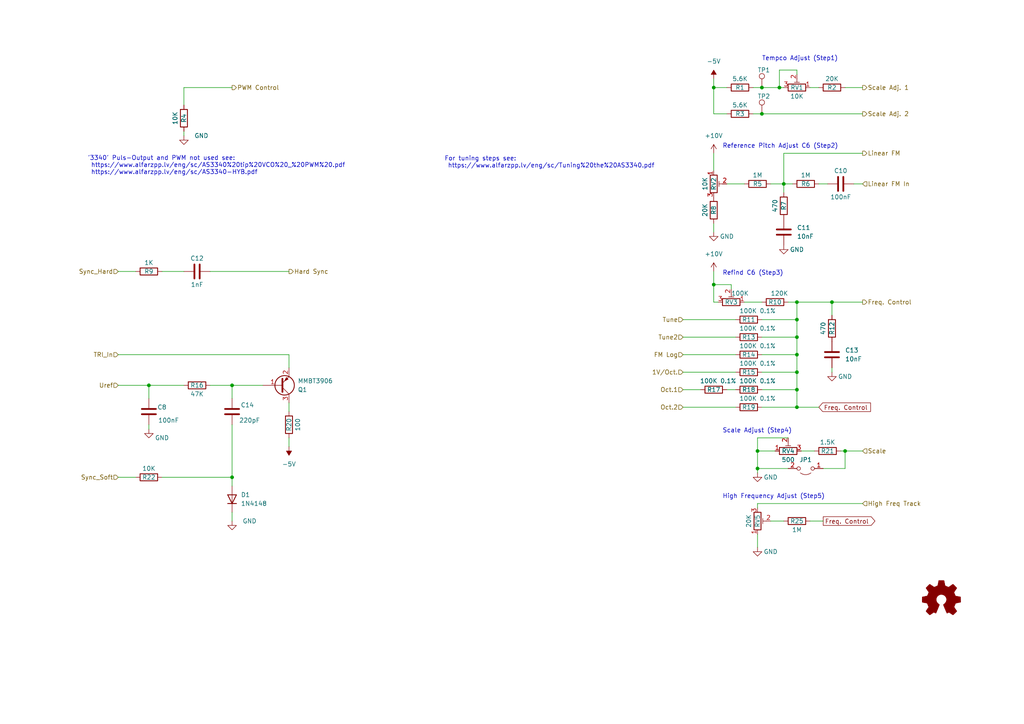
<source format=kicad_sch>
(kicad_sch (version 20230121) (generator eeschema)

  (uuid fc74f041-a759-4fc5-b09d-3e6d0c1f4b92)

  (paper "A4")

  (title_block
    (title "MoreVO_Core")
    (date "2024-07-09")
    (rev "1.1")
    (company "ImmogDi")
    (comment 1 "CC BY-NC-SA")
  )

  (lib_symbols
    (symbol "Connector:TestPoint" (pin_numbers hide) (pin_names (offset 0.762) hide) (in_bom yes) (on_board yes)
      (property "Reference" "TP" (at 0 6.858 0)
        (effects (font (size 1.27 1.27)))
      )
      (property "Value" "TestPoint" (at 0 5.08 0)
        (effects (font (size 1.27 1.27)))
      )
      (property "Footprint" "" (at 5.08 0 0)
        (effects (font (size 1.27 1.27)) hide)
      )
      (property "Datasheet" "~" (at 5.08 0 0)
        (effects (font (size 1.27 1.27)) hide)
      )
      (property "ki_keywords" "test point tp" (at 0 0 0)
        (effects (font (size 1.27 1.27)) hide)
      )
      (property "ki_description" "test point" (at 0 0 0)
        (effects (font (size 1.27 1.27)) hide)
      )
      (property "ki_fp_filters" "Pin* Test*" (at 0 0 0)
        (effects (font (size 1.27 1.27)) hide)
      )
      (symbol "TestPoint_0_1"
        (circle (center 0 3.302) (radius 0.762)
          (stroke (width 0) (type default))
          (fill (type none))
        )
      )
      (symbol "TestPoint_1_1"
        (pin passive line (at 0 0 90) (length 2.54)
          (name "1" (effects (font (size 1.27 1.27))))
          (number "1" (effects (font (size 1.27 1.27))))
        )
      )
    )
    (symbol "Device:C" (pin_numbers hide) (pin_names (offset 0.254)) (in_bom yes) (on_board yes)
      (property "Reference" "C" (at 0.635 2.54 0)
        (effects (font (size 1.27 1.27)) (justify left))
      )
      (property "Value" "C" (at 0.635 -2.54 0)
        (effects (font (size 1.27 1.27)) (justify left))
      )
      (property "Footprint" "" (at 0.9652 -3.81 0)
        (effects (font (size 1.27 1.27)) hide)
      )
      (property "Datasheet" "~" (at 0 0 0)
        (effects (font (size 1.27 1.27)) hide)
      )
      (property "ki_keywords" "cap capacitor" (at 0 0 0)
        (effects (font (size 1.27 1.27)) hide)
      )
      (property "ki_description" "Unpolarized capacitor" (at 0 0 0)
        (effects (font (size 1.27 1.27)) hide)
      )
      (property "ki_fp_filters" "C_*" (at 0 0 0)
        (effects (font (size 1.27 1.27)) hide)
      )
      (symbol "C_0_1"
        (polyline
          (pts
            (xy -2.032 -0.762)
            (xy 2.032 -0.762)
          )
          (stroke (width 0.508) (type default))
          (fill (type none))
        )
        (polyline
          (pts
            (xy -2.032 0.762)
            (xy 2.032 0.762)
          )
          (stroke (width 0.508) (type default))
          (fill (type none))
        )
      )
      (symbol "C_1_1"
        (pin passive line (at 0 3.81 270) (length 2.794)
          (name "~" (effects (font (size 1.27 1.27))))
          (number "1" (effects (font (size 1.27 1.27))))
        )
        (pin passive line (at 0 -3.81 90) (length 2.794)
          (name "~" (effects (font (size 1.27 1.27))))
          (number "2" (effects (font (size 1.27 1.27))))
        )
      )
    )
    (symbol "Device:D" (pin_numbers hide) (pin_names (offset 1.016) hide) (in_bom yes) (on_board yes)
      (property "Reference" "D" (at 0 2.54 0)
        (effects (font (size 1.27 1.27)))
      )
      (property "Value" "D" (at 0 -2.54 0)
        (effects (font (size 1.27 1.27)))
      )
      (property "Footprint" "" (at 0 0 0)
        (effects (font (size 1.27 1.27)) hide)
      )
      (property "Datasheet" "~" (at 0 0 0)
        (effects (font (size 1.27 1.27)) hide)
      )
      (property "Sim.Device" "D" (at 0 0 0)
        (effects (font (size 1.27 1.27)) hide)
      )
      (property "Sim.Pins" "1=K 2=A" (at 0 0 0)
        (effects (font (size 1.27 1.27)) hide)
      )
      (property "ki_keywords" "diode" (at 0 0 0)
        (effects (font (size 1.27 1.27)) hide)
      )
      (property "ki_description" "Diode" (at 0 0 0)
        (effects (font (size 1.27 1.27)) hide)
      )
      (property "ki_fp_filters" "TO-???* *_Diode_* *SingleDiode* D_*" (at 0 0 0)
        (effects (font (size 1.27 1.27)) hide)
      )
      (symbol "D_0_1"
        (polyline
          (pts
            (xy -1.27 1.27)
            (xy -1.27 -1.27)
          )
          (stroke (width 0.254) (type default))
          (fill (type none))
        )
        (polyline
          (pts
            (xy 1.27 0)
            (xy -1.27 0)
          )
          (stroke (width 0) (type default))
          (fill (type none))
        )
        (polyline
          (pts
            (xy 1.27 1.27)
            (xy 1.27 -1.27)
            (xy -1.27 0)
            (xy 1.27 1.27)
          )
          (stroke (width 0.254) (type default))
          (fill (type none))
        )
      )
      (symbol "D_1_1"
        (pin passive line (at -3.81 0 0) (length 2.54)
          (name "K" (effects (font (size 1.27 1.27))))
          (number "1" (effects (font (size 1.27 1.27))))
        )
        (pin passive line (at 3.81 0 180) (length 2.54)
          (name "A" (effects (font (size 1.27 1.27))))
          (number "2" (effects (font (size 1.27 1.27))))
        )
      )
    )
    (symbol "Device:R" (pin_numbers hide) (pin_names (offset 0)) (in_bom yes) (on_board yes)
      (property "Reference" "R" (at 2.032 0 90)
        (effects (font (size 1.27 1.27)))
      )
      (property "Value" "R" (at 0 0 90)
        (effects (font (size 1.27 1.27)))
      )
      (property "Footprint" "" (at -1.778 0 90)
        (effects (font (size 1.27 1.27)) hide)
      )
      (property "Datasheet" "~" (at 0 0 0)
        (effects (font (size 1.27 1.27)) hide)
      )
      (property "ki_keywords" "R res resistor" (at 0 0 0)
        (effects (font (size 1.27 1.27)) hide)
      )
      (property "ki_description" "Resistor" (at 0 0 0)
        (effects (font (size 1.27 1.27)) hide)
      )
      (property "ki_fp_filters" "R_*" (at 0 0 0)
        (effects (font (size 1.27 1.27)) hide)
      )
      (symbol "R_0_1"
        (rectangle (start -1.016 -2.54) (end 1.016 2.54)
          (stroke (width 0.254) (type default))
          (fill (type none))
        )
      )
      (symbol "R_1_1"
        (pin passive line (at 0 3.81 270) (length 1.27)
          (name "~" (effects (font (size 1.27 1.27))))
          (number "1" (effects (font (size 1.27 1.27))))
        )
        (pin passive line (at 0 -3.81 90) (length 1.27)
          (name "~" (effects (font (size 1.27 1.27))))
          (number "2" (effects (font (size 1.27 1.27))))
        )
      )
    )
    (symbol "Device:R_Potentiometer_Trim" (pin_names (offset 1.016) hide) (in_bom yes) (on_board yes)
      (property "Reference" "RV" (at -4.445 0 90)
        (effects (font (size 1.27 1.27)))
      )
      (property "Value" "R_Potentiometer_Trim" (at -2.54 0 90)
        (effects (font (size 1.27 1.27)))
      )
      (property "Footprint" "" (at 0 0 0)
        (effects (font (size 1.27 1.27)) hide)
      )
      (property "Datasheet" "~" (at 0 0 0)
        (effects (font (size 1.27 1.27)) hide)
      )
      (property "ki_keywords" "resistor variable trimpot trimmer" (at 0 0 0)
        (effects (font (size 1.27 1.27)) hide)
      )
      (property "ki_description" "Trim-potentiometer" (at 0 0 0)
        (effects (font (size 1.27 1.27)) hide)
      )
      (property "ki_fp_filters" "Potentiometer*" (at 0 0 0)
        (effects (font (size 1.27 1.27)) hide)
      )
      (symbol "R_Potentiometer_Trim_0_1"
        (polyline
          (pts
            (xy 1.524 0.762)
            (xy 1.524 -0.762)
          )
          (stroke (width 0) (type default))
          (fill (type none))
        )
        (polyline
          (pts
            (xy 2.54 0)
            (xy 1.524 0)
          )
          (stroke (width 0) (type default))
          (fill (type none))
        )
        (rectangle (start 1.016 2.54) (end -1.016 -2.54)
          (stroke (width 0.254) (type default))
          (fill (type none))
        )
      )
      (symbol "R_Potentiometer_Trim_1_1"
        (pin passive line (at 0 3.81 270) (length 1.27)
          (name "1" (effects (font (size 1.27 1.27))))
          (number "1" (effects (font (size 1.27 1.27))))
        )
        (pin passive line (at 3.81 0 180) (length 1.27)
          (name "2" (effects (font (size 1.27 1.27))))
          (number "2" (effects (font (size 1.27 1.27))))
        )
        (pin passive line (at 0 -3.81 90) (length 1.27)
          (name "3" (effects (font (size 1.27 1.27))))
          (number "3" (effects (font (size 1.27 1.27))))
        )
      )
    )
    (symbol "Graphic:Logo_Open_Hardware_Small" (in_bom no) (on_board no)
      (property "Reference" "#SYM" (at 0 6.985 0)
        (effects (font (size 1.27 1.27)) hide)
      )
      (property "Value" "Logo_Open_Hardware_Small" (at 0 -5.715 0)
        (effects (font (size 1.27 1.27)) hide)
      )
      (property "Footprint" "" (at 0 0 0)
        (effects (font (size 1.27 1.27)) hide)
      )
      (property "Datasheet" "~" (at 0 0 0)
        (effects (font (size 1.27 1.27)) hide)
      )
      (property "Sim.Enable" "0" (at 0 0 0)
        (effects (font (size 1.27 1.27)) hide)
      )
      (property "ki_keywords" "Logo" (at 0 0 0)
        (effects (font (size 1.27 1.27)) hide)
      )
      (property "ki_description" "Open Hardware logo, small" (at 0 0 0)
        (effects (font (size 1.27 1.27)) hide)
      )
      (symbol "Logo_Open_Hardware_Small_0_1"
        (polyline
          (pts
            (xy 3.3528 -4.3434)
            (xy 3.302 -4.318)
            (xy 3.175 -4.2418)
            (xy 2.9972 -4.1148)
            (xy 2.7686 -3.9624)
            (xy 2.54 -3.81)
            (xy 2.3622 -3.7084)
            (xy 2.2352 -3.6068)
            (xy 2.1844 -3.5814)
            (xy 2.159 -3.6068)
            (xy 2.0574 -3.6576)
            (xy 1.905 -3.7338)
            (xy 1.8034 -3.7846)
            (xy 1.6764 -3.8354)
            (xy 1.6002 -3.8354)
            (xy 1.6002 -3.8354)
            (xy 1.5494 -3.7338)
            (xy 1.4732 -3.5306)
            (xy 1.3462 -3.302)
            (xy 1.2446 -3.0226)
            (xy 1.1176 -2.7178)
            (xy 0.9652 -2.413)
            (xy 0.8636 -2.1082)
            (xy 0.7366 -1.8288)
            (xy 0.6604 -1.6256)
            (xy 0.6096 -1.4732)
            (xy 0.5842 -1.397)
            (xy 0.5842 -1.397)
            (xy 0.6604 -1.3208)
            (xy 0.7874 -1.2446)
            (xy 1.0414 -1.016)
            (xy 1.2954 -0.6858)
            (xy 1.4478 -0.3302)
            (xy 1.524 0.0762)
            (xy 1.4732 0.4572)
            (xy 1.3208 0.8128)
            (xy 1.0668 1.143)
            (xy 0.762 1.3716)
            (xy 0.4064 1.524)
            (xy 0 1.5748)
            (xy -0.381 1.5494)
            (xy -0.7366 1.397)
            (xy -1.0668 1.143)
            (xy -1.2192 0.9906)
            (xy -1.397 0.6604)
            (xy -1.524 0.3048)
            (xy -1.524 0.2286)
            (xy -1.4986 -0.1778)
            (xy -1.397 -0.5334)
            (xy -1.1938 -0.8636)
            (xy -0.9144 -1.143)
            (xy -0.8636 -1.1684)
            (xy -0.7366 -1.27)
            (xy -0.635 -1.3462)
            (xy -0.5842 -1.397)
            (xy -1.0668 -2.5908)
            (xy -1.143 -2.794)
            (xy -1.2954 -3.1242)
            (xy -1.397 -3.4036)
            (xy -1.4986 -3.6322)
            (xy -1.5748 -3.7846)
            (xy -1.6002 -3.8354)
            (xy -1.6002 -3.8354)
            (xy -1.651 -3.8354)
            (xy -1.7272 -3.81)
            (xy -1.905 -3.7338)
            (xy -2.0066 -3.683)
            (xy -2.1336 -3.6068)
            (xy -2.2098 -3.5814)
            (xy -2.2606 -3.6068)
            (xy -2.3622 -3.683)
            (xy -2.54 -3.81)
            (xy -2.7686 -3.9624)
            (xy -2.9718 -4.0894)
            (xy -3.1496 -4.2164)
            (xy -3.302 -4.318)
            (xy -3.3528 -4.3434)
            (xy -3.3782 -4.3434)
            (xy -3.429 -4.318)
            (xy -3.5306 -4.2164)
            (xy -3.7084 -4.064)
            (xy -3.937 -3.8354)
            (xy -3.9624 -3.81)
            (xy -4.1656 -3.6068)
            (xy -4.318 -3.4544)
            (xy -4.4196 -3.3274)
            (xy -4.445 -3.2766)
            (xy -4.445 -3.2766)
            (xy -4.4196 -3.2258)
            (xy -4.318 -3.0734)
            (xy -4.2164 -2.8956)
            (xy -4.064 -2.667)
            (xy -3.6576 -2.0828)
            (xy -3.8862 -1.5494)
            (xy -3.937 -1.3716)
            (xy -4.0386 -1.1684)
            (xy -4.0894 -1.0414)
            (xy -4.1148 -0.9652)
            (xy -4.191 -0.9398)
            (xy -4.318 -0.9144)
            (xy -4.5466 -0.8636)
            (xy -4.8006 -0.8128)
            (xy -5.0546 -0.7874)
            (xy -5.2578 -0.7366)
            (xy -5.4356 -0.7112)
            (xy -5.5118 -0.6858)
            (xy -5.5118 -0.6858)
            (xy -5.5372 -0.635)
            (xy -5.5372 -0.5588)
            (xy -5.5372 -0.4318)
            (xy -5.5626 -0.2286)
            (xy -5.5626 0.0762)
            (xy -5.5626 0.127)
            (xy -5.5372 0.4064)
            (xy -5.5372 0.635)
            (xy -5.5372 0.762)
            (xy -5.5372 0.8382)
            (xy -5.5372 0.8382)
            (xy -5.461 0.8382)
            (xy -5.3086 0.889)
            (xy -5.08 0.9144)
            (xy -4.826 0.9652)
            (xy -4.8006 0.9906)
            (xy -4.5466 1.0414)
            (xy -4.318 1.0668)
            (xy -4.1656 1.1176)
            (xy -4.0894 1.143)
            (xy -4.0894 1.143)
            (xy -4.0386 1.2446)
            (xy -3.9624 1.4224)
            (xy -3.8608 1.6256)
            (xy -3.7846 1.8288)
            (xy -3.7084 2.0066)
            (xy -3.6576 2.159)
            (xy -3.6322 2.2098)
            (xy -3.6322 2.2098)
            (xy -3.683 2.286)
            (xy -3.7592 2.413)
            (xy -3.8862 2.5908)
            (xy -4.064 2.8194)
            (xy -4.064 2.8448)
            (xy -4.2164 3.0734)
            (xy -4.3434 3.2512)
            (xy -4.4196 3.3782)
            (xy -4.445 3.4544)
            (xy -4.445 3.4544)
            (xy -4.3942 3.5052)
            (xy -4.2926 3.6322)
            (xy -4.1148 3.81)
            (xy -3.937 4.0132)
            (xy -3.8608 4.064)
            (xy -3.6576 4.2926)
            (xy -3.5052 4.4196)
            (xy -3.4036 4.4958)
            (xy -3.3528 4.5212)
            (xy -3.3528 4.5212)
            (xy -3.302 4.4704)
            (xy -3.1496 4.3688)
            (xy -2.9718 4.2418)
            (xy -2.7432 4.0894)
            (xy -2.7178 4.0894)
            (xy -2.4892 3.937)
            (xy -2.3114 3.81)
            (xy -2.1844 3.7084)
            (xy -2.1336 3.683)
            (xy -2.1082 3.683)
            (xy -2.032 3.7084)
            (xy -1.8542 3.7592)
            (xy -1.6764 3.8354)
            (xy -1.4732 3.937)
            (xy -1.27 4.0132)
            (xy -1.143 4.064)
            (xy -1.0668 4.1148)
            (xy -1.0668 4.1148)
            (xy -1.0414 4.191)
            (xy -1.016 4.3434)
            (xy -0.9652 4.572)
            (xy -0.9144 4.8514)
            (xy -0.889 4.9022)
            (xy -0.8382 5.1562)
            (xy -0.8128 5.3848)
            (xy -0.7874 5.5372)
            (xy -0.762 5.588)
            (xy -0.7112 5.6134)
            (xy -0.5842 5.6134)
            (xy -0.4064 5.6134)
            (xy -0.1524 5.6134)
            (xy 0.0762 5.6134)
            (xy 0.3302 5.6134)
            (xy 0.5334 5.6134)
            (xy 0.6858 5.588)
            (xy 0.7366 5.588)
            (xy 0.7366 5.588)
            (xy 0.762 5.5118)
            (xy 0.8128 5.334)
            (xy 0.8382 5.1054)
            (xy 0.9144 4.826)
            (xy 0.9144 4.7752)
            (xy 0.9652 4.5212)
            (xy 1.016 4.2926)
            (xy 1.0414 4.1402)
            (xy 1.0668 4.0894)
            (xy 1.0668 4.0894)
            (xy 1.1938 4.0386)
            (xy 1.3716 3.9624)
            (xy 1.5748 3.8608)
            (xy 2.0828 3.6576)
            (xy 2.7178 4.0894)
            (xy 2.7686 4.1402)
            (xy 2.9972 4.2926)
            (xy 3.175 4.4196)
            (xy 3.302 4.4958)
            (xy 3.3782 4.5212)
            (xy 3.3782 4.5212)
            (xy 3.429 4.4704)
            (xy 3.556 4.3434)
            (xy 3.7338 4.191)
            (xy 3.9116 3.9878)
            (xy 4.064 3.8354)
            (xy 4.2418 3.6576)
            (xy 4.3434 3.556)
            (xy 4.4196 3.4798)
            (xy 4.4196 3.429)
            (xy 4.4196 3.4036)
            (xy 4.3942 3.3274)
            (xy 4.2926 3.2004)
            (xy 4.1656 2.9972)
            (xy 4.0132 2.794)
            (xy 3.8862 2.5908)
            (xy 3.7592 2.3876)
            (xy 3.6576 2.2352)
            (xy 3.6322 2.159)
            (xy 3.6322 2.1336)
            (xy 3.683 2.0066)
            (xy 3.7592 1.8288)
            (xy 3.8608 1.6002)
            (xy 4.064 1.1176)
            (xy 4.3942 1.0414)
            (xy 4.5974 1.016)
            (xy 4.8768 0.9652)
            (xy 5.1308 0.9144)
            (xy 5.5372 0.8382)
            (xy 5.5626 -0.6604)
            (xy 5.4864 -0.6858)
            (xy 5.4356 -0.6858)
            (xy 5.2832 -0.7366)
            (xy 5.0546 -0.762)
            (xy 4.8006 -0.8128)
            (xy 4.5974 -0.8636)
            (xy 4.3688 -0.9144)
            (xy 4.2164 -0.9398)
            (xy 4.1402 -0.9398)
            (xy 4.1148 -0.9652)
            (xy 4.064 -1.0668)
            (xy 3.9878 -1.2446)
            (xy 3.9116 -1.4478)
            (xy 3.81 -1.651)
            (xy 3.7338 -1.8542)
            (xy 3.683 -2.0066)
            (xy 3.6576 -2.0828)
            (xy 3.683 -2.1336)
            (xy 3.7846 -2.2606)
            (xy 3.8862 -2.4638)
            (xy 4.0386 -2.667)
            (xy 4.191 -2.8956)
            (xy 4.318 -3.0734)
            (xy 4.3942 -3.2004)
            (xy 4.445 -3.2766)
            (xy 4.4196 -3.3274)
            (xy 4.3434 -3.429)
            (xy 4.1656 -3.5814)
            (xy 3.937 -3.8354)
            (xy 3.8862 -3.8608)
            (xy 3.683 -4.064)
            (xy 3.5306 -4.2164)
            (xy 3.4036 -4.318)
            (xy 3.3528 -4.3434)
          )
          (stroke (width 0) (type default))
          (fill (type outline))
        )
      )
    )
    (symbol "Jumper:Jumper_2_Open" (pin_names (offset 0) hide) (in_bom yes) (on_board yes)
      (property "Reference" "JP" (at 0 2.794 0)
        (effects (font (size 1.27 1.27)))
      )
      (property "Value" "Jumper_2_Open" (at 0 -2.286 0)
        (effects (font (size 1.27 1.27)))
      )
      (property "Footprint" "" (at 0 0 0)
        (effects (font (size 1.27 1.27)) hide)
      )
      (property "Datasheet" "~" (at 0 0 0)
        (effects (font (size 1.27 1.27)) hide)
      )
      (property "ki_keywords" "Jumper SPST" (at 0 0 0)
        (effects (font (size 1.27 1.27)) hide)
      )
      (property "ki_description" "Jumper, 2-pole, open" (at 0 0 0)
        (effects (font (size 1.27 1.27)) hide)
      )
      (property "ki_fp_filters" "Jumper* TestPoint*2Pads* TestPoint*Bridge*" (at 0 0 0)
        (effects (font (size 1.27 1.27)) hide)
      )
      (symbol "Jumper_2_Open_0_0"
        (circle (center -2.032 0) (radius 0.508)
          (stroke (width 0) (type default))
          (fill (type none))
        )
        (circle (center 2.032 0) (radius 0.508)
          (stroke (width 0) (type default))
          (fill (type none))
        )
      )
      (symbol "Jumper_2_Open_0_1"
        (arc (start 1.524 1.27) (mid 0 1.778) (end -1.524 1.27)
          (stroke (width 0) (type default))
          (fill (type none))
        )
      )
      (symbol "Jumper_2_Open_1_1"
        (pin passive line (at -5.08 0 0) (length 2.54)
          (name "A" (effects (font (size 1.27 1.27))))
          (number "1" (effects (font (size 1.27 1.27))))
        )
        (pin passive line (at 5.08 0 180) (length 2.54)
          (name "B" (effects (font (size 1.27 1.27))))
          (number "2" (effects (font (size 1.27 1.27))))
        )
      )
    )
    (symbol "Transistor_BJT:MMBT3906" (pin_names (offset 0) hide) (in_bom yes) (on_board yes)
      (property "Reference" "Q" (at 5.08 1.905 0)
        (effects (font (size 1.27 1.27)) (justify left))
      )
      (property "Value" "MMBT3906" (at 5.08 0 0)
        (effects (font (size 1.27 1.27)) (justify left))
      )
      (property "Footprint" "Package_TO_SOT_SMD:SOT-23" (at 5.08 -1.905 0)
        (effects (font (size 1.27 1.27) italic) (justify left) hide)
      )
      (property "Datasheet" "https://www.onsemi.com/pdf/datasheet/pzt3906-d.pdf" (at 0 0 0)
        (effects (font (size 1.27 1.27)) (justify left) hide)
      )
      (property "ki_keywords" "PNP Transistor" (at 0 0 0)
        (effects (font (size 1.27 1.27)) hide)
      )
      (property "ki_description" "-0.2A Ic, -40V Vce, Small Signal PNP Transistor, SOT-23" (at 0 0 0)
        (effects (font (size 1.27 1.27)) hide)
      )
      (property "ki_fp_filters" "SOT?23*" (at 0 0 0)
        (effects (font (size 1.27 1.27)) hide)
      )
      (symbol "MMBT3906_0_1"
        (polyline
          (pts
            (xy 0.635 0.635)
            (xy 2.54 2.54)
          )
          (stroke (width 0) (type default))
          (fill (type none))
        )
        (polyline
          (pts
            (xy 0.635 -0.635)
            (xy 2.54 -2.54)
            (xy 2.54 -2.54)
          )
          (stroke (width 0) (type default))
          (fill (type none))
        )
        (polyline
          (pts
            (xy 0.635 1.905)
            (xy 0.635 -1.905)
            (xy 0.635 -1.905)
          )
          (stroke (width 0.508) (type default))
          (fill (type none))
        )
        (polyline
          (pts
            (xy 2.286 -1.778)
            (xy 1.778 -2.286)
            (xy 1.27 -1.27)
            (xy 2.286 -1.778)
            (xy 2.286 -1.778)
          )
          (stroke (width 0) (type default))
          (fill (type outline))
        )
        (circle (center 1.27 0) (radius 2.8194)
          (stroke (width 0.254) (type default))
          (fill (type none))
        )
      )
      (symbol "MMBT3906_1_1"
        (pin input line (at -5.08 0 0) (length 5.715)
          (name "B" (effects (font (size 1.27 1.27))))
          (number "1" (effects (font (size 1.27 1.27))))
        )
        (pin passive line (at 2.54 -5.08 90) (length 2.54)
          (name "E" (effects (font (size 1.27 1.27))))
          (number "2" (effects (font (size 1.27 1.27))))
        )
        (pin passive line (at 2.54 5.08 270) (length 2.54)
          (name "C" (effects (font (size 1.27 1.27))))
          (number "3" (effects (font (size 1.27 1.27))))
        )
      )
    )
    (symbol "power:+10V" (power) (pin_names (offset 0)) (in_bom yes) (on_board yes)
      (property "Reference" "#PWR" (at 0 -3.81 0)
        (effects (font (size 1.27 1.27)) hide)
      )
      (property "Value" "+10V" (at 0 3.556 0)
        (effects (font (size 1.27 1.27)))
      )
      (property "Footprint" "" (at 0 0 0)
        (effects (font (size 1.27 1.27)) hide)
      )
      (property "Datasheet" "" (at 0 0 0)
        (effects (font (size 1.27 1.27)) hide)
      )
      (property "ki_keywords" "global power" (at 0 0 0)
        (effects (font (size 1.27 1.27)) hide)
      )
      (property "ki_description" "Power symbol creates a global label with name \"+10V\"" (at 0 0 0)
        (effects (font (size 1.27 1.27)) hide)
      )
      (symbol "+10V_0_1"
        (polyline
          (pts
            (xy -0.762 1.27)
            (xy 0 2.54)
          )
          (stroke (width 0) (type default))
          (fill (type none))
        )
        (polyline
          (pts
            (xy 0 0)
            (xy 0 2.54)
          )
          (stroke (width 0) (type default))
          (fill (type none))
        )
        (polyline
          (pts
            (xy 0 2.54)
            (xy 0.762 1.27)
          )
          (stroke (width 0) (type default))
          (fill (type none))
        )
      )
      (symbol "+10V_1_1"
        (pin power_in line (at 0 0 90) (length 0) hide
          (name "+10V" (effects (font (size 1.27 1.27))))
          (number "1" (effects (font (size 1.27 1.27))))
        )
      )
    )
    (symbol "power:-5V" (power) (pin_names (offset 0)) (in_bom yes) (on_board yes)
      (property "Reference" "#PWR" (at 0 2.54 0)
        (effects (font (size 1.27 1.27)) hide)
      )
      (property "Value" "-5V" (at 0 3.81 0)
        (effects (font (size 1.27 1.27)))
      )
      (property "Footprint" "" (at 0 0 0)
        (effects (font (size 1.27 1.27)) hide)
      )
      (property "Datasheet" "" (at 0 0 0)
        (effects (font (size 1.27 1.27)) hide)
      )
      (property "ki_keywords" "global power" (at 0 0 0)
        (effects (font (size 1.27 1.27)) hide)
      )
      (property "ki_description" "Power symbol creates a global label with name \"-5V\"" (at 0 0 0)
        (effects (font (size 1.27 1.27)) hide)
      )
      (symbol "-5V_0_0"
        (pin power_in line (at 0 0 90) (length 0) hide
          (name "-5V" (effects (font (size 1.27 1.27))))
          (number "1" (effects (font (size 1.27 1.27))))
        )
      )
      (symbol "-5V_0_1"
        (polyline
          (pts
            (xy 0 0)
            (xy 0 1.27)
            (xy 0.762 1.27)
            (xy 0 2.54)
            (xy -0.762 1.27)
            (xy 0 1.27)
          )
          (stroke (width 0) (type default))
          (fill (type outline))
        )
      )
    )
    (symbol "power:GND" (power) (pin_names (offset 0)) (in_bom yes) (on_board yes)
      (property "Reference" "#PWR" (at 0 -6.35 0)
        (effects (font (size 1.27 1.27)) hide)
      )
      (property "Value" "GND" (at 0 -3.81 0)
        (effects (font (size 1.27 1.27)))
      )
      (property "Footprint" "" (at 0 0 0)
        (effects (font (size 1.27 1.27)) hide)
      )
      (property "Datasheet" "" (at 0 0 0)
        (effects (font (size 1.27 1.27)) hide)
      )
      (property "ki_keywords" "global power" (at 0 0 0)
        (effects (font (size 1.27 1.27)) hide)
      )
      (property "ki_description" "Power symbol creates a global label with name \"GND\" , ground" (at 0 0 0)
        (effects (font (size 1.27 1.27)) hide)
      )
      (symbol "GND_0_1"
        (polyline
          (pts
            (xy 0 0)
            (xy 0 -1.27)
            (xy 1.27 -1.27)
            (xy 0 -2.54)
            (xy -1.27 -1.27)
            (xy 0 -1.27)
          )
          (stroke (width 0) (type default))
          (fill (type none))
        )
      )
      (symbol "GND_1_1"
        (pin power_in line (at 0 0 270) (length 0) hide
          (name "GND" (effects (font (size 1.27 1.27))))
          (number "1" (effects (font (size 1.27 1.27))))
        )
      )
    )
  )

  (junction (at 231.14 97.79) (diameter 0) (color 0 0 0 0)
    (uuid 03c12569-f531-47a9-a0ce-cead38c417f6)
  )
  (junction (at 241.3 87.63) (diameter 0) (color 0 0 0 0)
    (uuid 08c9d394-6818-45c4-8323-1c796e732411)
  )
  (junction (at 207.01 25.4) (diameter 0) (color 0 0 0 0)
    (uuid 104c0e81-6673-4e6d-b3a2-f9986261905b)
  )
  (junction (at 207.01 82.55) (diameter 0) (color 0 0 0 0)
    (uuid 24c92a47-3d0e-4ff9-97f5-e447b897c14b)
  )
  (junction (at 231.14 87.63) (diameter 0) (color 0 0 0 0)
    (uuid 41862c25-01e2-41cf-bdc8-568fb29693d2)
  )
  (junction (at 245.11 130.81) (diameter 0) (color 0 0 0 0)
    (uuid 70cc2426-fab9-4a97-b121-b563e075b020)
  )
  (junction (at 43.18 111.76) (diameter 0) (color 0 0 0 0)
    (uuid 74c95bd1-c704-45a0-a00a-482c139a44fb)
  )
  (junction (at 219.71 135.89) (diameter 0) (color 0 0 0 0)
    (uuid 8ce34c79-c518-45b1-ba48-b4bbaa07d0dd)
  )
  (junction (at 231.14 107.95) (diameter 0) (color 0 0 0 0)
    (uuid 901d0f95-7d8c-4a76-9090-b5e925b232a0)
  )
  (junction (at 231.14 118.11) (diameter 0) (color 0 0 0 0)
    (uuid 922357b1-e9d2-47ee-905c-78858be430bb)
  )
  (junction (at 219.71 130.81) (diameter 0) (color 0 0 0 0)
    (uuid 976fd9c6-3d9a-4c5f-9cf2-3ab6b45efc68)
  )
  (junction (at 67.31 138.43) (diameter 0) (color 0 0 0 0)
    (uuid 9801253c-6d73-4d97-8197-5b2c81ceec5a)
  )
  (junction (at 220.98 25.4) (diameter 0) (color 0 0 0 0)
    (uuid af4ea01c-07c0-49af-a598-5373ac5d3691)
  )
  (junction (at 227.33 53.34) (diameter 0) (color 0 0 0 0)
    (uuid b2d1e350-0b0f-4a9d-bf6f-3b9ae4bae4c2)
  )
  (junction (at 220.98 33.02) (diameter 0) (color 0 0 0 0)
    (uuid b8ee8c6a-1497-4a97-8bd2-86f171181a6f)
  )
  (junction (at 67.31 111.76) (diameter 0) (color 0 0 0 0)
    (uuid bc953ba1-05a5-42a1-aa79-a79dd22f0a10)
  )
  (junction (at 231.14 102.87) (diameter 0) (color 0 0 0 0)
    (uuid dc53e0b8-6204-418e-ad70-c33d9c4639b5)
  )
  (junction (at 231.14 92.71) (diameter 0) (color 0 0 0 0)
    (uuid dce97eaf-65e9-4db3-8476-133d48c579e3)
  )
  (junction (at 226.06 25.4) (diameter 0) (color 0 0 0 0)
    (uuid e702fe71-d748-4191-8803-c0ac6d28e971)
  )
  (junction (at 231.14 113.03) (diameter 0) (color 0 0 0 0)
    (uuid ef4ea694-a64e-4f02-9e58-b1da0739d29b)
  )

  (wire (pts (xy 46.99 78.74) (xy 53.34 78.74))
    (stroke (width 0) (type default))
    (uuid 00a9500b-f125-4c17-8154-7821686763f0)
  )
  (wire (pts (xy 231.14 87.63) (xy 231.14 92.71))
    (stroke (width 0) (type default))
    (uuid 02ff24ae-54ce-4947-86f3-8598d072348c)
  )
  (wire (pts (xy 243.84 130.81) (xy 245.11 130.81))
    (stroke (width 0) (type default))
    (uuid 06570f83-640b-4ebf-9656-b53d7ef887ac)
  )
  (wire (pts (xy 231.14 20.32) (xy 226.06 20.32))
    (stroke (width 0) (type default))
    (uuid 07617512-df27-4bb6-a1ac-ccde0fea9d22)
  )
  (wire (pts (xy 67.31 123.19) (xy 67.31 138.43))
    (stroke (width 0) (type default))
    (uuid 0804f257-ee15-4934-8b58-7c604ab3a587)
  )
  (wire (pts (xy 60.96 78.74) (xy 83.82 78.74))
    (stroke (width 0) (type default))
    (uuid 0bd9d345-3610-4152-9c31-5df5b0c9ff88)
  )
  (wire (pts (xy 34.29 138.43) (xy 39.37 138.43))
    (stroke (width 0) (type default))
    (uuid 1043f142-e79f-4272-b2ba-4411ad4d830f)
  )
  (wire (pts (xy 220.98 102.87) (xy 231.14 102.87))
    (stroke (width 0) (type default))
    (uuid 1575faea-ef06-464c-8f44-4bec63eddbdd)
  )
  (wire (pts (xy 212.09 83.82) (xy 212.09 82.55))
    (stroke (width 0) (type default))
    (uuid 1694ff32-fa0d-40fa-aa65-ef5616abf21c)
  )
  (wire (pts (xy 234.95 25.4) (xy 237.49 25.4))
    (stroke (width 0) (type default))
    (uuid 19d86078-e10b-421f-a078-621f2933a99f)
  )
  (wire (pts (xy 218.44 33.02) (xy 220.98 33.02))
    (stroke (width 0) (type default))
    (uuid 203900f4-c747-4c53-a2c0-0a6d4a77b6e6)
  )
  (wire (pts (xy 231.14 102.87) (xy 231.14 107.95))
    (stroke (width 0) (type default))
    (uuid 27158f2f-8ef3-42ec-80a1-778f3b60bdc4)
  )
  (wire (pts (xy 83.82 106.68) (xy 83.82 102.87))
    (stroke (width 0) (type default))
    (uuid 32792fe7-9cbb-4674-8964-8a0963509159)
  )
  (wire (pts (xy 43.18 123.19) (xy 43.18 124.46))
    (stroke (width 0) (type default))
    (uuid 32ed8558-2aa7-4e57-bd15-df071b12bb31)
  )
  (wire (pts (xy 220.98 25.4) (xy 226.06 25.4))
    (stroke (width 0) (type default))
    (uuid 33e30da1-f7cd-4ca1-890f-a7afde7afa97)
  )
  (wire (pts (xy 212.09 82.55) (xy 207.01 82.55))
    (stroke (width 0) (type default))
    (uuid 3865521e-6492-468d-929e-fcb9a4e6409f)
  )
  (wire (pts (xy 245.11 130.81) (xy 250.19 130.81))
    (stroke (width 0) (type default))
    (uuid 3d4a220d-1f2c-4425-af1b-4efc460500b4)
  )
  (wire (pts (xy 210.82 33.02) (xy 207.01 33.02))
    (stroke (width 0) (type default))
    (uuid 41c29571-01ab-42d3-85a9-3369b75036a8)
  )
  (wire (pts (xy 241.3 87.63) (xy 241.3 91.44))
    (stroke (width 0) (type default))
    (uuid 42e21e29-c0c8-425f-8d15-0faaf5325b3e)
  )
  (wire (pts (xy 250.19 44.45) (xy 227.33 44.45))
    (stroke (width 0) (type default))
    (uuid 45fb26fe-c071-4009-abde-8e2353d2af63)
  )
  (wire (pts (xy 220.98 113.03) (xy 231.14 113.03))
    (stroke (width 0) (type default))
    (uuid 47020b92-0d95-4ff1-bcfc-740affd8eea6)
  )
  (wire (pts (xy 231.14 97.79) (xy 231.14 102.87))
    (stroke (width 0) (type default))
    (uuid 478101d1-c69a-4f5d-895c-8cd4bbbab000)
  )
  (wire (pts (xy 245.11 130.81) (xy 245.11 135.89))
    (stroke (width 0) (type default))
    (uuid 49ad4ca0-d624-4326-999f-734f9347feb5)
  )
  (wire (pts (xy 198.12 118.11) (xy 213.36 118.11))
    (stroke (width 0) (type default))
    (uuid 49cb755f-0403-40a1-8ded-297a22a6a40f)
  )
  (wire (pts (xy 237.49 118.11) (xy 231.14 118.11))
    (stroke (width 0) (type default))
    (uuid 4ade85a1-c506-44c1-b87d-56b1c0748ecc)
  )
  (wire (pts (xy 241.3 87.63) (xy 250.19 87.63))
    (stroke (width 0) (type default))
    (uuid 4ce8bf9c-733c-468d-a247-b0cd11466889)
  )
  (wire (pts (xy 198.12 107.95) (xy 213.36 107.95))
    (stroke (width 0) (type default))
    (uuid 50ee0f4b-3625-4e24-ac1a-f27da92431fb)
  )
  (wire (pts (xy 245.11 25.4) (xy 250.19 25.4))
    (stroke (width 0) (type default))
    (uuid 54a0db9b-c904-466b-bd66-0611d81a78cd)
  )
  (wire (pts (xy 247.65 53.34) (xy 250.19 53.34))
    (stroke (width 0) (type default))
    (uuid 567c83ab-75e3-48d1-ae78-1d025c69bbd7)
  )
  (wire (pts (xy 219.71 146.05) (xy 250.19 146.05))
    (stroke (width 0) (type default))
    (uuid 5cb50aa8-b317-4f99-b2cb-83cf38830e06)
  )
  (wire (pts (xy 198.12 102.87) (xy 213.36 102.87))
    (stroke (width 0) (type default))
    (uuid 5e042afa-9b20-4beb-a8b2-8c2ac13a513e)
  )
  (wire (pts (xy 60.96 111.76) (xy 67.31 111.76))
    (stroke (width 0) (type default))
    (uuid 606999c2-8710-4fe2-a393-922cc258d327)
  )
  (wire (pts (xy 231.14 20.32) (xy 231.14 21.59))
    (stroke (width 0) (type default))
    (uuid 60bd3708-0d46-49de-af1f-c1d4f58ea200)
  )
  (wire (pts (xy 219.71 135.89) (xy 228.6 135.89))
    (stroke (width 0) (type default))
    (uuid 6267bf13-8ed6-493c-a855-2de09ab5f128)
  )
  (wire (pts (xy 219.71 154.94) (xy 219.71 158.75))
    (stroke (width 0) (type default))
    (uuid 64a5cfec-bbdc-435e-aa58-3f6c2a065323)
  )
  (wire (pts (xy 210.82 53.34) (xy 215.9 53.34))
    (stroke (width 0) (type default))
    (uuid 65447b09-6de4-492c-94f8-b53af3d5e951)
  )
  (wire (pts (xy 215.9 87.63) (xy 220.98 87.63))
    (stroke (width 0) (type default))
    (uuid 71ba94d9-f5d7-481d-971d-78f02dc3b25e)
  )
  (wire (pts (xy 207.01 22.86) (xy 207.01 25.4))
    (stroke (width 0) (type default))
    (uuid 720a8a2f-357b-44cc-892a-658d604c1c8d)
  )
  (wire (pts (xy 67.31 111.76) (xy 76.2 111.76))
    (stroke (width 0) (type default))
    (uuid 7519486f-3bd6-4944-87a1-64d8fd7aecb7)
  )
  (wire (pts (xy 227.33 53.34) (xy 227.33 55.88))
    (stroke (width 0) (type default))
    (uuid 77f73843-bfe2-4c85-b4a9-db0cb5584f6d)
  )
  (wire (pts (xy 207.01 25.4) (xy 210.82 25.4))
    (stroke (width 0) (type default))
    (uuid 7bdfd812-2e3b-4e9b-8df6-8318797e795b)
  )
  (wire (pts (xy 218.44 25.4) (xy 220.98 25.4))
    (stroke (width 0) (type default))
    (uuid 80e22423-f254-43c4-87ee-e491a84ba886)
  )
  (wire (pts (xy 232.41 130.81) (xy 236.22 130.81))
    (stroke (width 0) (type default))
    (uuid 81051522-4548-40a6-9440-9fe5b12f20ce)
  )
  (wire (pts (xy 220.98 33.02) (xy 250.19 33.02))
    (stroke (width 0) (type default))
    (uuid 87d03d9a-c11e-4dae-9e6a-6e402834945e)
  )
  (wire (pts (xy 231.14 92.71) (xy 231.14 97.79))
    (stroke (width 0) (type default))
    (uuid 88c20497-afa6-447d-8c7e-b3e0103b5d17)
  )
  (wire (pts (xy 220.98 118.11) (xy 231.14 118.11))
    (stroke (width 0) (type default))
    (uuid 89015312-bd7c-4e55-a4db-19078d198b62)
  )
  (wire (pts (xy 237.49 53.34) (xy 240.03 53.34))
    (stroke (width 0) (type default))
    (uuid 8b95cf4d-ae63-4994-934a-a944b5a060cd)
  )
  (wire (pts (xy 229.87 53.34) (xy 227.33 53.34))
    (stroke (width 0) (type default))
    (uuid 8d0a2947-140f-43a2-aa4d-6ae3f0392944)
  )
  (wire (pts (xy 34.29 111.76) (xy 43.18 111.76))
    (stroke (width 0) (type default))
    (uuid 8f3f140e-72e8-4b93-bdb2-6c0df7140d1f)
  )
  (wire (pts (xy 220.98 97.79) (xy 231.14 97.79))
    (stroke (width 0) (type default))
    (uuid 99946e12-8a8a-4fc5-b314-4077669bbb56)
  )
  (wire (pts (xy 228.6 87.63) (xy 231.14 87.63))
    (stroke (width 0) (type default))
    (uuid 9af4e077-e5df-4cac-ba70-2d8aafcfaf8f)
  )
  (wire (pts (xy 198.12 97.79) (xy 213.36 97.79))
    (stroke (width 0) (type default))
    (uuid 9b30692f-77c8-46b3-b19b-78f19ed386f9)
  )
  (wire (pts (xy 198.12 92.71) (xy 213.36 92.71))
    (stroke (width 0) (type default))
    (uuid 9d574bea-0b48-4ac8-a52e-6a1e08458061)
  )
  (wire (pts (xy 67.31 115.57) (xy 67.31 111.76))
    (stroke (width 0) (type default))
    (uuid a41a2879-8198-49d2-a974-35b210b59787)
  )
  (wire (pts (xy 53.34 25.4) (xy 67.31 25.4))
    (stroke (width 0) (type default))
    (uuid a424e05e-450b-438d-a0e1-f9cbb271bfb2)
  )
  (wire (pts (xy 219.71 130.81) (xy 219.71 135.89))
    (stroke (width 0) (type default))
    (uuid a744d079-6a77-4011-8e36-22fc3e43cbe4)
  )
  (wire (pts (xy 34.29 78.74) (xy 39.37 78.74))
    (stroke (width 0) (type default))
    (uuid a7d9998e-edd2-4a5b-a00e-7dcd4b30f2e3)
  )
  (wire (pts (xy 226.06 20.32) (xy 226.06 25.4))
    (stroke (width 0) (type default))
    (uuid a8e83c38-b4c4-412a-911d-28dbdd2e7021)
  )
  (wire (pts (xy 210.82 113.03) (xy 213.36 113.03))
    (stroke (width 0) (type default))
    (uuid aa334677-bb86-4058-a5bc-f2528a96d015)
  )
  (wire (pts (xy 227.33 44.45) (xy 227.33 53.34))
    (stroke (width 0) (type default))
    (uuid abfdb2cf-f3af-42bc-8f5c-58d451425e56)
  )
  (wire (pts (xy 219.71 146.05) (xy 219.71 147.32))
    (stroke (width 0) (type default))
    (uuid ad0ec9c2-d52c-41d5-b351-f35e64a8baca)
  )
  (wire (pts (xy 46.99 138.43) (xy 67.31 138.43))
    (stroke (width 0) (type default))
    (uuid adce2e46-8f8f-4987-8e49-def1e20f5747)
  )
  (wire (pts (xy 226.06 25.4) (xy 227.33 25.4))
    (stroke (width 0) (type default))
    (uuid b19f5d3b-90f6-42dc-8888-4358381d8625)
  )
  (wire (pts (xy 67.31 148.59) (xy 67.31 151.13))
    (stroke (width 0) (type default))
    (uuid b6b2fe77-8e42-46e1-ab13-5f1611bfd488)
  )
  (wire (pts (xy 207.01 87.63) (xy 207.01 82.55))
    (stroke (width 0) (type default))
    (uuid b7df31ec-d832-49d1-a580-8f88879ca6f5)
  )
  (wire (pts (xy 231.14 113.03) (xy 231.14 118.11))
    (stroke (width 0) (type default))
    (uuid b7e09969-a4ba-4405-ac90-0bc3091af509)
  )
  (wire (pts (xy 43.18 111.76) (xy 53.34 111.76))
    (stroke (width 0) (type default))
    (uuid be07cc47-bb21-4c1c-9a73-b06c815bce76)
  )
  (wire (pts (xy 220.98 107.95) (xy 231.14 107.95))
    (stroke (width 0) (type default))
    (uuid be88e4fa-e9f7-435e-b84f-26a06ead639a)
  )
  (wire (pts (xy 207.01 44.45) (xy 207.01 49.53))
    (stroke (width 0) (type default))
    (uuid bf2cb7c8-a80c-4136-9695-9cfe3ddfa6cd)
  )
  (wire (pts (xy 67.31 138.43) (xy 67.31 140.97))
    (stroke (width 0) (type default))
    (uuid c43580bf-45f4-4e64-9cd2-a0e1c48adc5e)
  )
  (wire (pts (xy 43.18 115.57) (xy 43.18 111.76))
    (stroke (width 0) (type default))
    (uuid c6d73d47-4c23-462f-b68e-5b1757f0d833)
  )
  (wire (pts (xy 34.29 102.87) (xy 83.82 102.87))
    (stroke (width 0) (type default))
    (uuid cf7680a4-f4e5-48ce-a1e3-0ed92119ee37)
  )
  (wire (pts (xy 220.98 92.71) (xy 231.14 92.71))
    (stroke (width 0) (type default))
    (uuid d0df5c05-78a6-4adc-bc37-70e276af56b0)
  )
  (wire (pts (xy 228.6 127) (xy 219.71 127))
    (stroke (width 0) (type default))
    (uuid d0ea4b00-edd9-48bf-8be6-11788878ef7b)
  )
  (wire (pts (xy 219.71 135.89) (xy 219.71 137.16))
    (stroke (width 0) (type default))
    (uuid d1a817a4-0a84-4659-ba78-c7f84072b360)
  )
  (wire (pts (xy 224.79 130.81) (xy 219.71 130.81))
    (stroke (width 0) (type default))
    (uuid d6cff96b-24d2-4186-9053-e2140fc9c448)
  )
  (wire (pts (xy 53.34 38.1) (xy 53.34 39.37))
    (stroke (width 0) (type default))
    (uuid dae14ec1-802c-4d51-9ba5-d14aa20a3d0f)
  )
  (wire (pts (xy 241.3 106.68) (xy 241.3 107.95))
    (stroke (width 0) (type default))
    (uuid db5f4383-c090-4965-bf80-1c7b0b19083f)
  )
  (wire (pts (xy 207.01 87.63) (xy 208.28 87.63))
    (stroke (width 0) (type default))
    (uuid db76a428-a733-4e0e-a8ed-7dfea7f4a280)
  )
  (wire (pts (xy 231.14 87.63) (xy 241.3 87.63))
    (stroke (width 0) (type default))
    (uuid dbd8f3bd-77c8-4736-8af5-a50df8d1a00f)
  )
  (wire (pts (xy 219.71 127) (xy 219.71 130.81))
    (stroke (width 0) (type default))
    (uuid e100998b-bee2-4eda-b996-414b7f5161ab)
  )
  (wire (pts (xy 198.12 113.03) (xy 203.2 113.03))
    (stroke (width 0) (type default))
    (uuid e1f03303-5a6a-4744-a606-ea7b48235bff)
  )
  (wire (pts (xy 53.34 25.4) (xy 53.34 30.48))
    (stroke (width 0) (type default))
    (uuid e2585c86-cb33-4766-b394-70ec28bc0ff6)
  )
  (wire (pts (xy 223.52 151.13) (xy 227.33 151.13))
    (stroke (width 0) (type default))
    (uuid e7739ff3-9c0a-40cb-af7b-57ff911a2262)
  )
  (wire (pts (xy 238.76 135.89) (xy 245.11 135.89))
    (stroke (width 0) (type default))
    (uuid e9f7c3c1-3c31-4289-b24b-2de60e43a582)
  )
  (wire (pts (xy 83.82 116.84) (xy 83.82 119.38))
    (stroke (width 0) (type default))
    (uuid ea6b7e63-dcb8-4f68-9601-fc461997d809)
  )
  (wire (pts (xy 231.14 107.95) (xy 231.14 113.03))
    (stroke (width 0) (type default))
    (uuid ecd4e077-fbc9-4d20-95a2-435424cfae9d)
  )
  (wire (pts (xy 223.52 53.34) (xy 227.33 53.34))
    (stroke (width 0) (type default))
    (uuid ed2069f5-c10f-423c-ad0b-7d0fc9607ca6)
  )
  (wire (pts (xy 207.01 25.4) (xy 207.01 33.02))
    (stroke (width 0) (type default))
    (uuid ef4a4a9b-b5ec-4bd7-a228-0fef5ef84808)
  )
  (wire (pts (xy 207.01 64.77) (xy 207.01 67.31))
    (stroke (width 0) (type default))
    (uuid f175b89f-61a0-47e2-923b-6b3207aa308d)
  )
  (wire (pts (xy 234.95 151.13) (xy 238.76 151.13))
    (stroke (width 0) (type default))
    (uuid f23be989-aee8-460d-afce-dc8dbbbb32b4)
  )
  (wire (pts (xy 207.01 78.74) (xy 207.01 82.55))
    (stroke (width 0) (type default))
    (uuid f4d7796e-6e50-499b-ba13-e8b87dd46279)
  )
  (wire (pts (xy 83.82 127) (xy 83.82 129.54))
    (stroke (width 0) (type default))
    (uuid fad118e8-4219-44db-aad4-47b5bdfc6444)
  )

  (text "Tempco Adjust (Step1)" (at 220.98 17.78 0)
    (effects (font (size 1.27 1.27)) (justify left bottom))
    (uuid 41cb9cbe-de99-433b-9dc7-afaea2bb2ead)
  )
  (text "Reference Pitch Adjust C6 (Step2)" (at 209.55 43.18 0)
    (effects (font (size 1.27 1.27)) (justify left bottom))
    (uuid 71784ffa-9ece-4e9e-80ba-2cf66780ac79)
  )
  (text "High Frequency Adjust (Step5)" (at 209.55 144.78 0)
    (effects (font (size 1.27 1.27)) (justify left bottom))
    (uuid 94ed36cc-a9be-4b7c-8837-ac595a8fcc02)
  )
  (text "Scale Adjust (Step4)" (at 209.55 125.73 0)
    (effects (font (size 1.27 1.27)) (justify left bottom))
    (uuid a4f53f38-3abb-4cde-b622-5585a700c5ec)
  )
  (text "'3340' Puls-Output and PWM not used see:\n https://www.alfarzpp.lv/eng/sc/AS3340%20tip%20VCO%20_%20PWM%20.pdf\n https://www.alfarzpp.lv/eng/sc/AS3340-HYB.pdf"
    (at 25.4 50.8 0)
    (effects (font (size 1.27 1.27)) (justify left bottom))
    (uuid bd19c7f5-e407-4d94-beab-456f945a1bc9)
  )
  (text "Refind C6 (Step3)" (at 209.55 80.01 0)
    (effects (font (size 1.27 1.27)) (justify left bottom))
    (uuid c5fdf21a-f757-4ef8-af5f-0e35a61cf4fa)
  )
  (text "For tuning steps see:\n https://www.alfarzpp.lv/eng/sc/Tuning%20the%20AS3340.pdf"
    (at 128.905 48.895 0)
    (effects (font (size 1.27 1.27)) (justify left bottom))
    (uuid fdb3a3fb-fca3-45ee-bd44-bf8529e751b7)
  )

  (global_label "Freq. Control" (shape input) (at 237.49 118.11 0) (fields_autoplaced)
    (effects (font (size 1.27 1.27)) (justify left))
    (uuid 56b5eada-d7e2-48ed-a863-a830c810703f)
    (property "Intersheetrefs" "${INTERSHEET_REFS}" (at 253.0541 118.11 0)
      (effects (font (size 1.27 1.27)) (justify left) hide)
    )
  )
  (global_label "Freq. Control" (shape output) (at 238.76 151.13 0) (fields_autoplaced)
    (effects (font (size 1.27 1.27)) (justify left))
    (uuid afdb44cd-3495-47e2-b7fc-e49820f76de6)
    (property "Intersheetrefs" "${INTERSHEET_REFS}" (at 254.3241 151.13 0)
      (effects (font (size 1.27 1.27)) (justify left) hide)
    )
  )

  (hierarchical_label "Freq. Control" (shape output) (at 250.19 87.63 0) (fields_autoplaced)
    (effects (font (size 1.27 1.27)) (justify left))
    (uuid 0dd27d66-b0d5-4b02-a2a7-7e643361fba3)
  )
  (hierarchical_label "Oct.1" (shape input) (at 198.12 113.03 180) (fields_autoplaced)
    (effects (font (size 1.27 1.27)) (justify right))
    (uuid 126cc91d-1255-4321-bd6f-246702d4afc5)
  )
  (hierarchical_label "Tune" (shape input) (at 198.12 92.71 180) (fields_autoplaced)
    (effects (font (size 1.27 1.27)) (justify right))
    (uuid 19bbb789-74a0-4c58-80c1-51bda519a7b6)
  )
  (hierarchical_label "1V{slash}Oct." (shape input) (at 198.12 107.95 180) (fields_autoplaced)
    (effects (font (size 1.27 1.27)) (justify right))
    (uuid 22c863f2-1a2c-4a7a-a456-c2de2a054378)
  )
  (hierarchical_label "Uref" (shape input) (at 34.29 111.76 180) (fields_autoplaced)
    (effects (font (size 1.27 1.27)) (justify right))
    (uuid 31157cd8-4963-4911-beea-2b5ce95879a9)
  )
  (hierarchical_label "Tune2" (shape input) (at 198.12 97.79 180) (fields_autoplaced)
    (effects (font (size 1.27 1.27)) (justify right))
    (uuid 3b99a813-f7af-4a06-830f-6589011fd7bd)
  )
  (hierarchical_label "Linear FM" (shape output) (at 250.19 44.45 0) (fields_autoplaced)
    (effects (font (size 1.27 1.27)) (justify left))
    (uuid 3be08ff9-54ca-4fcf-8911-dc55232fc103)
  )
  (hierarchical_label "TRI_In" (shape input) (at 34.29 102.87 180) (fields_autoplaced)
    (effects (font (size 1.27 1.27)) (justify right))
    (uuid 4ed1c618-25db-4b1f-a82f-d4172211b578)
  )
  (hierarchical_label "PWM Control" (shape output) (at 67.31 25.4 0) (fields_autoplaced)
    (effects (font (size 1.27 1.27)) (justify left))
    (uuid 51811d06-0438-4f24-9506-10ca0bd02cac)
  )
  (hierarchical_label "Sync_Hard" (shape input) (at 34.29 78.74 180) (fields_autoplaced)
    (effects (font (size 1.27 1.27)) (justify right))
    (uuid 5bd9ddf8-acf6-4e8d-896d-34eda85e53f6)
  )
  (hierarchical_label "Hard Sync" (shape output) (at 83.82 78.74 0) (fields_autoplaced)
    (effects (font (size 1.27 1.27)) (justify left))
    (uuid 774ea8d4-1ff0-491d-a737-6a9a2fe66120)
  )
  (hierarchical_label "FM Log" (shape input) (at 198.12 102.87 180) (fields_autoplaced)
    (effects (font (size 1.27 1.27)) (justify right))
    (uuid bd068045-a4f8-4914-9d84-d658bfa8af23)
  )
  (hierarchical_label "Scale Adj. 2" (shape output) (at 250.19 33.02 0) (fields_autoplaced)
    (effects (font (size 1.27 1.27)) (justify left))
    (uuid c7967a79-fbec-4a20-a48e-d77133c25304)
  )
  (hierarchical_label "Oct.2" (shape input) (at 198.12 118.11 180) (fields_autoplaced)
    (effects (font (size 1.27 1.27)) (justify right))
    (uuid c81e4dfe-a4bc-4c74-bce0-6c5b1c912fc5)
  )
  (hierarchical_label "Linear FM In" (shape input) (at 250.19 53.34 0) (fields_autoplaced)
    (effects (font (size 1.27 1.27)) (justify left))
    (uuid d579f753-7bb4-49e2-8487-43970e398705)
  )
  (hierarchical_label "Scale Adj. 1" (shape output) (at 250.19 25.4 0) (fields_autoplaced)
    (effects (font (size 1.27 1.27)) (justify left))
    (uuid d92ee2a1-1f20-4146-8291-35a952baa157)
  )
  (hierarchical_label "Scale" (shape input) (at 250.19 130.81 0) (fields_autoplaced)
    (effects (font (size 1.27 1.27)) (justify left))
    (uuid ddec21f1-3bfa-43a1-9c91-841ee184221e)
  )
  (hierarchical_label "High Freq Track" (shape input) (at 250.19 146.05 0) (fields_autoplaced)
    (effects (font (size 1.27 1.27)) (justify left))
    (uuid dfcf7896-2832-4fe0-9ce7-284a463b2d2e)
  )
  (hierarchical_label "Sync_Soft" (shape input) (at 34.29 138.43 180) (fields_autoplaced)
    (effects (font (size 1.27 1.27)) (justify right))
    (uuid e6d6aff4-4980-4137-8831-2a0979fae2ea)
  )

  (symbol (lib_id "Device:R") (at 231.14 151.13 90) (unit 1)
    (in_bom yes) (on_board yes) (dnp no)
    (uuid 042cb43d-72e6-4692-86dc-d2b80c0cbc47)
    (property "Reference" "R25" (at 231.14 151.13 90)
      (effects (font (size 1.27 1.27)))
    )
    (property "Value" "1M" (at 231.14 153.67 90)
      (effects (font (size 1.27 1.27)))
    )
    (property "Footprint" "Resistor_SMD:R_0805_2012Metric" (at 231.14 152.908 90)
      (effects (font (size 1.27 1.27)) hide)
    )
    (property "Datasheet" "~" (at 231.14 151.13 0)
      (effects (font (size 1.27 1.27)) hide)
    )
    (pin "2" (uuid 7ddeb985-fbe1-4349-9d09-cacd552744c8))
    (pin "1" (uuid b5eae1a8-c546-49ef-b626-3411d15929a9))
    (instances
      (project "MoreVO_Core"
        (path "/e6e48335-412b-44f2-82a1-e2a8cf29335c/cf24fe32-4a48-460c-b3d2-f823ee7d527f"
          (reference "R25") (unit 1)
        )
      )
    )
  )

  (symbol (lib_id "Device:R_Potentiometer_Trim") (at 228.6 130.81 90) (unit 1)
    (in_bom yes) (on_board yes) (dnp no)
    (uuid 0b4809a2-46e8-4ee4-b212-e4a4e192828a)
    (property "Reference" "RV4" (at 228.6 130.81 90)
      (effects (font (size 1.27 1.27)))
    )
    (property "Value" "500" (at 228.6 133.35 90)
      (effects (font (size 1.27 1.27)))
    )
    (property "Footprint" "Potentiometer_THT:Potentiometer_Bourns_3266Y_Vertical" (at 228.6 130.81 0)
      (effects (font (size 1.27 1.27)) hide)
    )
    (property "Datasheet" "https://octopart.com/tsr-3296w-104r-suntan-93659921?r=sp" (at 228.6 130.81 0)
      (effects (font (size 1.27 1.27)) hide)
    )
    (pin "1" (uuid ef46e02f-126c-410d-806c-4e9b6d30f051))
    (pin "2" (uuid 09e1281b-7175-4b2d-a4d0-ccd858f51706))
    (pin "3" (uuid 29219bd4-d210-484d-ab52-d0da60ff054c))
    (instances
      (project "MoreVO_Core"
        (path "/e6e48335-412b-44f2-82a1-e2a8cf29335c/cf24fe32-4a48-460c-b3d2-f823ee7d527f"
          (reference "RV4") (unit 1)
        )
      )
    )
  )

  (symbol (lib_id "Device:R") (at 217.17 102.87 90) (unit 1)
    (in_bom yes) (on_board yes) (dnp no)
    (uuid 0b7fc7bf-8a1f-4c12-9ab9-72a55f1b407d)
    (property "Reference" "R14" (at 217.17 102.87 90)
      (effects (font (size 1.27 1.27)))
    )
    (property "Value" "100K 0.1%" (at 219.71 100.33 90)
      (effects (font (size 1.27 1.27)))
    )
    (property "Footprint" "Resistor_SMD:R_0805_2012Metric" (at 217.17 104.648 90)
      (effects (font (size 1.27 1.27)) hide)
    )
    (property "Datasheet" "~" (at 217.17 102.87 0)
      (effects (font (size 1.27 1.27)) hide)
    )
    (pin "2" (uuid a4a021ef-1c16-4a70-833c-2e75617d4223))
    (pin "1" (uuid 7c9fe057-0325-4bed-852c-1570f6065946))
    (instances
      (project "MoreVO_Core"
        (path "/e6e48335-412b-44f2-82a1-e2a8cf29335c/cf24fe32-4a48-460c-b3d2-f823ee7d527f"
          (reference "R14") (unit 1)
        )
      )
    )
  )

  (symbol (lib_id "Device:R") (at 214.63 25.4 90) (unit 1)
    (in_bom yes) (on_board yes) (dnp no)
    (uuid 0c4ac201-568e-42e1-845c-47753951bf19)
    (property "Reference" "R1" (at 214.63 25.4 90)
      (effects (font (size 1.27 1.27)))
    )
    (property "Value" "5.6K" (at 214.63 22.86 90)
      (effects (font (size 1.27 1.27)))
    )
    (property "Footprint" "Resistor_SMD:R_0805_2012Metric" (at 214.63 27.178 90)
      (effects (font (size 1.27 1.27)) hide)
    )
    (property "Datasheet" "~" (at 214.63 25.4 0)
      (effects (font (size 1.27 1.27)) hide)
    )
    (pin "2" (uuid b54b96c9-f258-4753-bd38-a112416987ed))
    (pin "1" (uuid a8e7b13a-241c-4f4b-99d8-817ea7f6ae6c))
    (instances
      (project "MoreVO_Core"
        (path "/e6e48335-412b-44f2-82a1-e2a8cf29335c/cf24fe32-4a48-460c-b3d2-f823ee7d527f"
          (reference "R1") (unit 1)
        )
      )
    )
  )

  (symbol (lib_id "power:GND") (at 67.31 151.13 0) (unit 1)
    (in_bom yes) (on_board yes) (dnp no)
    (uuid 199f7937-5a3b-4df8-b168-23d92c6de81b)
    (property "Reference" "#PWR036" (at 67.31 157.48 0)
      (effects (font (size 1.27 1.27)) hide)
    )
    (property "Value" "GND" (at 72.39 151.13 0)
      (effects (font (size 1.27 1.27)))
    )
    (property "Footprint" "" (at 67.31 151.13 0)
      (effects (font (size 1.27 1.27)) hide)
    )
    (property "Datasheet" "" (at 67.31 151.13 0)
      (effects (font (size 1.27 1.27)) hide)
    )
    (pin "1" (uuid 4d1ac6ac-2f35-4035-abf4-424533b01f1c))
    (instances
      (project "MoreVO_Core"
        (path "/e6e48335-412b-44f2-82a1-e2a8cf29335c/cf24fe32-4a48-460c-b3d2-f823ee7d527f"
          (reference "#PWR036") (unit 1)
        )
      )
    )
  )

  (symbol (lib_id "Device:C") (at 67.31 119.38 0) (unit 1)
    (in_bom yes) (on_board yes) (dnp no)
    (uuid 1b742d85-5bd2-4b4f-ad4f-7802cf368a43)
    (property "Reference" "C14" (at 71.755 117.475 0)
      (effects (font (size 1.27 1.27)))
    )
    (property "Value" "220pF" (at 72.39 121.92 0)
      (effects (font (size 1.27 1.27)))
    )
    (property "Footprint" "Capacitor_SMD:C_0805_2012Metric" (at 68.2752 123.19 0)
      (effects (font (size 1.27 1.27)) hide)
    )
    (property "Datasheet" "~" (at 67.31 119.38 0)
      (effects (font (size 1.27 1.27)) hide)
    )
    (pin "1" (uuid 46d78f7d-e88c-4971-8868-5d83b36f068e))
    (pin "2" (uuid c3c334c2-2272-4df9-ae29-231f232fcd54))
    (instances
      (project "MoreVO_Core"
        (path "/e6e48335-412b-44f2-82a1-e2a8cf29335c/cf24fe32-4a48-460c-b3d2-f823ee7d527f"
          (reference "C14") (unit 1)
        )
      )
    )
  )

  (symbol (lib_id "Device:R") (at 240.03 130.81 90) (unit 1)
    (in_bom yes) (on_board yes) (dnp no)
    (uuid 20873168-9843-44be-9663-a747e15f5048)
    (property "Reference" "R21" (at 240.03 130.81 90)
      (effects (font (size 1.27 1.27)))
    )
    (property "Value" "1.5K" (at 240.03 128.27 90)
      (effects (font (size 1.27 1.27)))
    )
    (property "Footprint" "Resistor_SMD:R_0805_2012Metric" (at 240.03 132.588 90)
      (effects (font (size 1.27 1.27)) hide)
    )
    (property "Datasheet" "~" (at 240.03 130.81 0)
      (effects (font (size 1.27 1.27)) hide)
    )
    (pin "2" (uuid 19cdf421-ca52-42fe-b88a-3e9855c24030))
    (pin "1" (uuid 418af734-f32c-4069-8d64-19ae56f462c5))
    (instances
      (project "MoreVO_Core"
        (path "/e6e48335-412b-44f2-82a1-e2a8cf29335c/cf24fe32-4a48-460c-b3d2-f823ee7d527f"
          (reference "R21") (unit 1)
        )
      )
    )
  )

  (symbol (lib_id "Device:R") (at 83.82 123.19 180) (unit 1)
    (in_bom yes) (on_board yes) (dnp no)
    (uuid 208d2e66-ff9c-4007-860f-296eb76d7a81)
    (property "Reference" "R20" (at 83.82 123.19 90)
      (effects (font (size 1.27 1.27)))
    )
    (property "Value" "100" (at 86.36 123.19 90)
      (effects (font (size 1.27 1.27)))
    )
    (property "Footprint" "Resistor_SMD:R_0805_2012Metric" (at 85.598 123.19 90)
      (effects (font (size 1.27 1.27)) hide)
    )
    (property "Datasheet" "~" (at 83.82 123.19 0)
      (effects (font (size 1.27 1.27)) hide)
    )
    (pin "2" (uuid b3dc2a33-3e24-4aa5-820c-1dc201fbf2de))
    (pin "1" (uuid 3a7f75a3-c2f6-4f47-b0ca-ce1b4cd23026))
    (instances
      (project "MoreVO_Core"
        (path "/e6e48335-412b-44f2-82a1-e2a8cf29335c/cf24fe32-4a48-460c-b3d2-f823ee7d527f"
          (reference "R20") (unit 1)
        )
      )
    )
  )

  (symbol (lib_id "Device:R") (at 57.15 111.76 270) (unit 1)
    (in_bom yes) (on_board yes) (dnp no)
    (uuid 243feb50-e9c6-48e8-9368-951decfe1109)
    (property "Reference" "R16" (at 57.15 111.76 90)
      (effects (font (size 1.27 1.27)))
    )
    (property "Value" "47K" (at 57.15 114.3 90)
      (effects (font (size 1.27 1.27)))
    )
    (property "Footprint" "Resistor_SMD:R_0805_2012Metric" (at 57.15 109.982 90)
      (effects (font (size 1.27 1.27)) hide)
    )
    (property "Datasheet" "~" (at 57.15 111.76 0)
      (effects (font (size 1.27 1.27)) hide)
    )
    (pin "2" (uuid 47f02f69-d4e7-49f2-ad3a-0f542ab8dafa))
    (pin "1" (uuid 642c3fc8-e917-4215-b165-f529609fbe40))
    (instances
      (project "MoreVO_Core"
        (path "/e6e48335-412b-44f2-82a1-e2a8cf29335c/cf24fe32-4a48-460c-b3d2-f823ee7d527f"
          (reference "R16") (unit 1)
        )
      )
    )
  )

  (symbol (lib_id "power:GND") (at 219.71 137.16 0) (unit 1)
    (in_bom yes) (on_board yes) (dnp no)
    (uuid 26006fd6-82c0-413e-aa2f-e38d0f57a292)
    (property "Reference" "#PWR035" (at 219.71 143.51 0)
      (effects (font (size 1.27 1.27)) hide)
    )
    (property "Value" "GND" (at 223.52 138.43 0)
      (effects (font (size 1.27 1.27)))
    )
    (property "Footprint" "" (at 219.71 137.16 0)
      (effects (font (size 1.27 1.27)) hide)
    )
    (property "Datasheet" "" (at 219.71 137.16 0)
      (effects (font (size 1.27 1.27)) hide)
    )
    (pin "1" (uuid 84d6bfcf-96c3-4f77-abd8-3e2d0e6a2716))
    (instances
      (project "MoreVO_Core"
        (path "/e6e48335-412b-44f2-82a1-e2a8cf29335c/cf24fe32-4a48-460c-b3d2-f823ee7d527f"
          (reference "#PWR035") (unit 1)
        )
      )
    )
  )

  (symbol (lib_id "Device:R") (at 214.63 33.02 90) (unit 1)
    (in_bom yes) (on_board yes) (dnp no)
    (uuid 2715eec5-6574-40fb-8570-bd726695eedc)
    (property "Reference" "R3" (at 214.63 33.02 90)
      (effects (font (size 1.27 1.27)))
    )
    (property "Value" "5.6K" (at 214.63 30.48 90)
      (effects (font (size 1.27 1.27)))
    )
    (property "Footprint" "Resistor_SMD:R_0805_2012Metric" (at 214.63 34.798 90)
      (effects (font (size 1.27 1.27)) hide)
    )
    (property "Datasheet" "~" (at 214.63 33.02 0)
      (effects (font (size 1.27 1.27)) hide)
    )
    (pin "2" (uuid 80252cff-a02a-474c-9207-8b24858822dc))
    (pin "1" (uuid bdbdf389-8f04-49a1-bd45-630280ff0f54))
    (instances
      (project "MoreVO_Core"
        (path "/e6e48335-412b-44f2-82a1-e2a8cf29335c/cf24fe32-4a48-460c-b3d2-f823ee7d527f"
          (reference "R3") (unit 1)
        )
      )
    )
  )

  (symbol (lib_id "Device:R") (at 227.33 59.69 180) (unit 1)
    (in_bom yes) (on_board yes) (dnp no)
    (uuid 28c74d44-0b51-4a63-9269-52aee4152eae)
    (property "Reference" "R7" (at 227.33 59.69 90)
      (effects (font (size 1.27 1.27)))
    )
    (property "Value" "470" (at 224.79 59.69 90)
      (effects (font (size 1.27 1.27)))
    )
    (property "Footprint" "Resistor_SMD:R_0805_2012Metric" (at 229.108 59.69 90)
      (effects (font (size 1.27 1.27)) hide)
    )
    (property "Datasheet" "~" (at 227.33 59.69 0)
      (effects (font (size 1.27 1.27)) hide)
    )
    (pin "2" (uuid 332b309e-952a-459d-a78f-7aa650abcb46))
    (pin "1" (uuid 203268ed-f733-42e7-81cf-94ee29272923))
    (instances
      (project "MoreVO_Core"
        (path "/e6e48335-412b-44f2-82a1-e2a8cf29335c/cf24fe32-4a48-460c-b3d2-f823ee7d527f"
          (reference "R7") (unit 1)
        )
      )
    )
  )

  (symbol (lib_id "power:GND") (at 241.3 107.95 0) (unit 1)
    (in_bom yes) (on_board yes) (dnp no)
    (uuid 2df50d4a-c487-40a8-8a2f-917c88d17146)
    (property "Reference" "#PWR033" (at 241.3 114.3 0)
      (effects (font (size 1.27 1.27)) hide)
    )
    (property "Value" "GND" (at 245.11 109.22 0)
      (effects (font (size 1.27 1.27)))
    )
    (property "Footprint" "" (at 241.3 107.95 0)
      (effects (font (size 1.27 1.27)) hide)
    )
    (property "Datasheet" "" (at 241.3 107.95 0)
      (effects (font (size 1.27 1.27)) hide)
    )
    (pin "1" (uuid b14f3420-4c65-4dbe-a7bf-f80a1f46b30b))
    (instances
      (project "MoreVO_Core"
        (path "/e6e48335-412b-44f2-82a1-e2a8cf29335c/cf24fe32-4a48-460c-b3d2-f823ee7d527f"
          (reference "#PWR033") (unit 1)
        )
      )
    )
  )

  (symbol (lib_id "Device:C") (at 57.15 78.74 90) (unit 1)
    (in_bom yes) (on_board yes) (dnp no)
    (uuid 307ce6f2-8c1c-4fd3-a928-6b417ccc9148)
    (property "Reference" "C12" (at 57.15 74.93 90)
      (effects (font (size 1.27 1.27)))
    )
    (property "Value" "1nF" (at 57.15 82.55 90)
      (effects (font (size 1.27 1.27)))
    )
    (property "Footprint" "Capacitor_SMD:C_0805_2012Metric" (at 60.96 77.7748 0)
      (effects (font (size 1.27 1.27)) hide)
    )
    (property "Datasheet" "~" (at 57.15 78.74 0)
      (effects (font (size 1.27 1.27)) hide)
    )
    (pin "1" (uuid 0b5480c1-a269-4dc4-905f-ead1cb995df6))
    (pin "2" (uuid 7614348d-7a88-4582-9282-277eb8c72291))
    (instances
      (project "MoreVO_Core"
        (path "/e6e48335-412b-44f2-82a1-e2a8cf29335c/cf24fe32-4a48-460c-b3d2-f823ee7d527f"
          (reference "C12") (unit 1)
        )
      )
    )
  )

  (symbol (lib_id "Device:R_Potentiometer_Trim") (at 231.14 25.4 270) (mirror x) (unit 1)
    (in_bom yes) (on_board yes) (dnp no)
    (uuid 3526376b-ad4f-4fb2-8634-e7dfb5dfa3c5)
    (property "Reference" "RV1" (at 231.14 25.4 90)
      (effects (font (size 1.27 1.27)))
    )
    (property "Value" "10K" (at 231.14 27.94 90)
      (effects (font (size 1.27 1.27)))
    )
    (property "Footprint" "Potentiometer_THT:Potentiometer_Bourns_3266Y_Vertical" (at 231.14 25.4 0)
      (effects (font (size 1.27 1.27)) hide)
    )
    (property "Datasheet" "https://octopart.com/tsr-3296w-104r-suntan-93659921?r=sp" (at 231.14 25.4 0)
      (effects (font (size 1.27 1.27)) hide)
    )
    (pin "1" (uuid 5be9feef-d31f-4c3f-a514-c6383d281f96))
    (pin "2" (uuid bcc52ae8-f6f2-497c-a75a-20186db46262))
    (pin "3" (uuid e8e27772-f478-4a45-b1f8-da203ef419a8))
    (instances
      (project "MoreVO_Core"
        (path "/e6e48335-412b-44f2-82a1-e2a8cf29335c/cf24fe32-4a48-460c-b3d2-f823ee7d527f"
          (reference "RV1") (unit 1)
        )
      )
    )
  )

  (symbol (lib_id "Device:C") (at 241.3 102.87 180) (unit 1)
    (in_bom yes) (on_board yes) (dnp no) (fields_autoplaced)
    (uuid 36a9a020-c297-4253-9f16-b5ff188e6c8f)
    (property "Reference" "C13" (at 245.11 101.6 0)
      (effects (font (size 1.27 1.27)) (justify right))
    )
    (property "Value" "10nF" (at 245.11 104.14 0)
      (effects (font (size 1.27 1.27)) (justify right))
    )
    (property "Footprint" "Capacitor_SMD:C_0805_2012Metric" (at 240.3348 99.06 0)
      (effects (font (size 1.27 1.27)) hide)
    )
    (property "Datasheet" "~" (at 241.3 102.87 0)
      (effects (font (size 1.27 1.27)) hide)
    )
    (pin "1" (uuid 2e7ab503-b705-41e7-b98b-727240caa6fb))
    (pin "2" (uuid 5013d6dc-42c7-48ec-95bf-70788cbf8e6c))
    (instances
      (project "MoreVO_Core"
        (path "/e6e48335-412b-44f2-82a1-e2a8cf29335c/cf24fe32-4a48-460c-b3d2-f823ee7d527f"
          (reference "C13") (unit 1)
        )
      )
    )
  )

  (symbol (lib_id "Device:R") (at 241.3 95.25 180) (unit 1)
    (in_bom yes) (on_board yes) (dnp no)
    (uuid 36b4237b-b4b9-48c1-8bdc-7d802a6ee3a2)
    (property "Reference" "R12" (at 241.3 95.25 90)
      (effects (font (size 1.27 1.27)))
    )
    (property "Value" "470" (at 238.76 95.25 90)
      (effects (font (size 1.27 1.27)))
    )
    (property "Footprint" "Resistor_SMD:R_0805_2012Metric" (at 243.078 95.25 90)
      (effects (font (size 1.27 1.27)) hide)
    )
    (property "Datasheet" "~" (at 241.3 95.25 0)
      (effects (font (size 1.27 1.27)) hide)
    )
    (pin "2" (uuid a17411bc-beb8-402b-83ae-38fd7f25959a))
    (pin "1" (uuid bf714418-290a-4059-bfd7-13f69f5f42df))
    (instances
      (project "MoreVO_Core"
        (path "/e6e48335-412b-44f2-82a1-e2a8cf29335c/cf24fe32-4a48-460c-b3d2-f823ee7d527f"
          (reference "R12") (unit 1)
        )
      )
    )
  )

  (symbol (lib_id "Device:C") (at 43.18 119.38 180) (unit 1)
    (in_bom yes) (on_board yes) (dnp no)
    (uuid 4387cdcd-0f5d-4b4c-b568-5410b58ca616)
    (property "Reference" "C8" (at 46.99 118.11 0)
      (effects (font (size 1.27 1.27)))
    )
    (property "Value" "100nF" (at 48.895 121.92 0)
      (effects (font (size 1.27 1.27)))
    )
    (property "Footprint" "Capacitor_SMD:C_0805_2012Metric" (at 42.2148 115.57 0)
      (effects (font (size 1.27 1.27)) hide)
    )
    (property "Datasheet" "~" (at 43.18 119.38 0)
      (effects (font (size 1.27 1.27)) hide)
    )
    (pin "1" (uuid b3177ef0-811d-4a82-8152-19ce5acd3506))
    (pin "2" (uuid eecf8fc4-c61b-4b29-8229-3197c4f07f43))
    (instances
      (project "MoreVO_Core"
        (path "/e6e48335-412b-44f2-82a1-e2a8cf29335c/cf24fe32-4a48-460c-b3d2-f823ee7d527f"
          (reference "C8") (unit 1)
        )
        (path "/e6e48335-412b-44f2-82a1-e2a8cf29335c"
          (reference "C8") (unit 1)
        )
      )
    )
  )

  (symbol (lib_id "Device:R") (at 207.01 113.03 90) (unit 1)
    (in_bom yes) (on_board yes) (dnp no)
    (uuid 44ee8af6-dabd-4b78-a516-7ff77244d133)
    (property "Reference" "R17" (at 207.01 113.03 90)
      (effects (font (size 1.27 1.27)))
    )
    (property "Value" "100K 0.1%" (at 208.28 110.49 90)
      (effects (font (size 1.27 1.27)))
    )
    (property "Footprint" "Resistor_SMD:R_0805_2012Metric" (at 207.01 114.808 90)
      (effects (font (size 1.27 1.27)) hide)
    )
    (property "Datasheet" "~" (at 207.01 113.03 0)
      (effects (font (size 1.27 1.27)) hide)
    )
    (pin "2" (uuid 6d23859f-67c7-48bb-8af4-f828fd2a87f4))
    (pin "1" (uuid f70653f9-d9b9-41a4-a674-72cc418f155c))
    (instances
      (project "MoreVO_Core"
        (path "/e6e48335-412b-44f2-82a1-e2a8cf29335c/cf24fe32-4a48-460c-b3d2-f823ee7d527f"
          (reference "R17") (unit 1)
        )
      )
    )
  )

  (symbol (lib_id "Device:R") (at 217.17 97.79 90) (unit 1)
    (in_bom yes) (on_board yes) (dnp no)
    (uuid 53c8d6e9-79f1-43ae-bcd2-da59c6d344c2)
    (property "Reference" "R13" (at 217.17 97.79 90)
      (effects (font (size 1.27 1.27)))
    )
    (property "Value" "100K 0.1%" (at 219.71 95.25 90)
      (effects (font (size 1.27 1.27)))
    )
    (property "Footprint" "Resistor_SMD:R_0805_2012Metric" (at 217.17 99.568 90)
      (effects (font (size 1.27 1.27)) hide)
    )
    (property "Datasheet" "~" (at 217.17 97.79 0)
      (effects (font (size 1.27 1.27)) hide)
    )
    (pin "2" (uuid 3b7c0396-04ab-4e95-aea3-2e7bad6b21d6))
    (pin "1" (uuid b20f961f-b501-4ef0-be96-04824f625f13))
    (instances
      (project "MoreVO_Core"
        (path "/e6e48335-412b-44f2-82a1-e2a8cf29335c/cf24fe32-4a48-460c-b3d2-f823ee7d527f"
          (reference "R13") (unit 1)
        )
      )
    )
  )

  (symbol (lib_id "power:-5V") (at 83.82 129.54 180) (unit 1)
    (in_bom yes) (on_board yes) (dnp no) (fields_autoplaced)
    (uuid 57ea9a3f-632e-453c-a401-3f99b6de49cb)
    (property "Reference" "#PWR034" (at 83.82 132.08 0)
      (effects (font (size 1.27 1.27)) hide)
    )
    (property "Value" "-5V" (at 83.82 134.62 0)
      (effects (font (size 1.27 1.27)))
    )
    (property "Footprint" "" (at 83.82 129.54 0)
      (effects (font (size 1.27 1.27)) hide)
    )
    (property "Datasheet" "" (at 83.82 129.54 0)
      (effects (font (size 1.27 1.27)) hide)
    )
    (pin "1" (uuid 09c8cad8-f2d4-4a8d-bc5d-7977d4e1404e))
    (instances
      (project "MoreVO_Core"
        (path "/e6e48335-412b-44f2-82a1-e2a8cf29335c/cf24fe32-4a48-460c-b3d2-f823ee7d527f"
          (reference "#PWR034") (unit 1)
        )
      )
    )
  )

  (symbol (lib_id "Transistor_BJT:MMBT3906") (at 81.28 111.76 0) (mirror x) (unit 1)
    (in_bom yes) (on_board yes) (dnp no)
    (uuid 58d3f7c0-2989-4627-8f88-d96d74b00d17)
    (property "Reference" "Q1" (at 86.36 113.03 0)
      (effects (font (size 1.27 1.27)) (justify left))
    )
    (property "Value" "MMBT3906" (at 86.36 110.49 0)
      (effects (font (size 1.27 1.27)) (justify left))
    )
    (property "Footprint" "Package_TO_SOT_SMD:SOT-23" (at 86.36 109.855 0)
      (effects (font (size 1.27 1.27) italic) (justify left) hide)
    )
    (property "Datasheet" "https://www.onsemi.com/pdf/datasheet/pzt3906-d.pdf" (at 81.28 111.76 0)
      (effects (font (size 1.27 1.27)) (justify left) hide)
    )
    (pin "3" (uuid 3858ad78-3d74-44e3-af75-f70712f94e99))
    (pin "2" (uuid adc633b6-99fc-4ef1-8f40-726b24d26fa3))
    (pin "1" (uuid bd7fabed-3988-4bfa-aa39-dd9b7819171d))
    (instances
      (project "MoreVO_Core"
        (path "/e6e48335-412b-44f2-82a1-e2a8cf29335c/cf24fe32-4a48-460c-b3d2-f823ee7d527f"
          (reference "Q1") (unit 1)
        )
      )
    )
  )

  (symbol (lib_id "power:+10V") (at 207.01 78.74 0) (unit 1)
    (in_bom yes) (on_board yes) (dnp no) (fields_autoplaced)
    (uuid 6d132aa8-89b8-434f-8895-8d98427fe355)
    (property "Reference" "#PWR031" (at 207.01 82.55 0)
      (effects (font (size 1.27 1.27)) hide)
    )
    (property "Value" "+10V" (at 207.01 73.66 0)
      (effects (font (size 1.27 1.27)))
    )
    (property "Footprint" "" (at 207.01 78.74 0)
      (effects (font (size 1.27 1.27)) hide)
    )
    (property "Datasheet" "" (at 207.01 78.74 0)
      (effects (font (size 1.27 1.27)) hide)
    )
    (pin "1" (uuid 5d67fd5a-581c-40ba-ad95-b123a3864432))
    (instances
      (project "MoreVO_Core"
        (path "/e6e48335-412b-44f2-82a1-e2a8cf29335c/cf24fe32-4a48-460c-b3d2-f823ee7d527f"
          (reference "#PWR031") (unit 1)
        )
      )
    )
  )

  (symbol (lib_id "Connector:TestPoint") (at 220.98 33.02 0) (unit 1)
    (in_bom yes) (on_board yes) (dnp no)
    (uuid 6d2b23cb-2a13-43be-be67-6e80edc7d762)
    (property "Reference" "TP2" (at 219.71 27.94 0)
      (effects (font (size 1.27 1.27)) (justify left))
    )
    (property "Value" "TestPoint" (at 223.52 30.988 0)
      (effects (font (size 1.27 1.27)) (justify left) hide)
    )
    (property "Footprint" "TestPoint:TestPoint_Keystone_5000-5004_Miniature" (at 226.06 33.02 0)
      (effects (font (size 1.27 1.27)) hide)
    )
    (property "Datasheet" "~" (at 226.06 33.02 0)
      (effects (font (size 1.27 1.27)) hide)
    )
    (pin "1" (uuid 17ac080c-d016-4f73-9fb2-09756ad50b71))
    (instances
      (project "MoreVO_Core"
        (path "/e6e48335-412b-44f2-82a1-e2a8cf29335c/cf24fe32-4a48-460c-b3d2-f823ee7d527f"
          (reference "TP2") (unit 1)
        )
      )
    )
  )

  (symbol (lib_id "power:GND") (at 207.01 67.31 0) (unit 1)
    (in_bom yes) (on_board yes) (dnp no)
    (uuid 703aacfc-e2af-4912-a8b3-326e60f5e047)
    (property "Reference" "#PWR029" (at 207.01 73.66 0)
      (effects (font (size 1.27 1.27)) hide)
    )
    (property "Value" "GND" (at 210.82 68.58 0)
      (effects (font (size 1.27 1.27)))
    )
    (property "Footprint" "" (at 207.01 67.31 0)
      (effects (font (size 1.27 1.27)) hide)
    )
    (property "Datasheet" "" (at 207.01 67.31 0)
      (effects (font (size 1.27 1.27)) hide)
    )
    (pin "1" (uuid 4733709f-4879-41e3-86a6-7783237e5ffd))
    (instances
      (project "MoreVO_Core"
        (path "/e6e48335-412b-44f2-82a1-e2a8cf29335c/cf24fe32-4a48-460c-b3d2-f823ee7d527f"
          (reference "#PWR029") (unit 1)
        )
      )
    )
  )

  (symbol (lib_id "Device:R") (at 217.17 113.03 90) (unit 1)
    (in_bom yes) (on_board yes) (dnp no)
    (uuid 742560b9-9b5e-4fa4-a187-bf598a0bac16)
    (property "Reference" "R18" (at 217.17 113.03 90)
      (effects (font (size 1.27 1.27)))
    )
    (property "Value" "100K 0.1%" (at 219.71 110.49 90)
      (effects (font (size 1.27 1.27)))
    )
    (property "Footprint" "Resistor_SMD:R_0805_2012Metric" (at 217.17 114.808 90)
      (effects (font (size 1.27 1.27)) hide)
    )
    (property "Datasheet" "~" (at 217.17 113.03 0)
      (effects (font (size 1.27 1.27)) hide)
    )
    (pin "2" (uuid bacc6d52-519e-4fe6-bec7-3507f4751a93))
    (pin "1" (uuid 2971f4c3-21d0-47c7-8318-40c10b7e5f0b))
    (instances
      (project "MoreVO_Core"
        (path "/e6e48335-412b-44f2-82a1-e2a8cf29335c/cf24fe32-4a48-460c-b3d2-f823ee7d527f"
          (reference "R18") (unit 1)
        )
      )
    )
  )

  (symbol (lib_id "Device:R") (at 43.18 138.43 90) (unit 1)
    (in_bom yes) (on_board yes) (dnp no)
    (uuid 829ecd73-caca-4eda-9f11-6f7cb3991180)
    (property "Reference" "R22" (at 43.18 138.43 90)
      (effects (font (size 1.27 1.27)))
    )
    (property "Value" "10K" (at 43.18 135.89 90)
      (effects (font (size 1.27 1.27)))
    )
    (property "Footprint" "Resistor_SMD:R_0805_2012Metric" (at 43.18 140.208 90)
      (effects (font (size 1.27 1.27)) hide)
    )
    (property "Datasheet" "~" (at 43.18 138.43 0)
      (effects (font (size 1.27 1.27)) hide)
    )
    (pin "2" (uuid 0b119cc0-ab61-4255-9e16-fef5d8146b0e))
    (pin "1" (uuid b0748285-8ce5-487f-86cb-dbf13c2aca6c))
    (instances
      (project "MoreVO_Core"
        (path "/e6e48335-412b-44f2-82a1-e2a8cf29335c/cf24fe32-4a48-460c-b3d2-f823ee7d527f"
          (reference "R22") (unit 1)
        )
      )
    )
  )

  (symbol (lib_id "Connector:TestPoint") (at 220.98 25.4 0) (unit 1)
    (in_bom yes) (on_board yes) (dnp no)
    (uuid 8750c29d-3f87-467f-a262-f21df13b594f)
    (property "Reference" "TP1" (at 219.71 20.32 0)
      (effects (font (size 1.27 1.27)) (justify left))
    )
    (property "Value" "TestPoint" (at 223.52 23.368 0)
      (effects (font (size 1.27 1.27)) (justify left) hide)
    )
    (property "Footprint" "TestPoint:TestPoint_Keystone_5000-5004_Miniature" (at 226.06 25.4 0)
      (effects (font (size 1.27 1.27)) hide)
    )
    (property "Datasheet" "~" (at 226.06 25.4 0)
      (effects (font (size 1.27 1.27)) hide)
    )
    (pin "1" (uuid afceffea-7e32-414a-9ebf-baec8bfe3a48))
    (instances
      (project "MoreVO_Core"
        (path "/e6e48335-412b-44f2-82a1-e2a8cf29335c/cf24fe32-4a48-460c-b3d2-f823ee7d527f"
          (reference "TP1") (unit 1)
        )
      )
    )
  )

  (symbol (lib_id "Device:C") (at 243.84 53.34 90) (unit 1)
    (in_bom yes) (on_board yes) (dnp no)
    (uuid 880f54da-42d5-4515-af7d-9c35f2925fd3)
    (property "Reference" "C10" (at 243.84 49.53 90)
      (effects (font (size 1.27 1.27)))
    )
    (property "Value" "100nF" (at 243.84 57.15 90)
      (effects (font (size 1.27 1.27)))
    )
    (property "Footprint" "Capacitor_SMD:C_0805_2012Metric" (at 247.65 52.3748 0)
      (effects (font (size 1.27 1.27)) hide)
    )
    (property "Datasheet" "~" (at 243.84 53.34 0)
      (effects (font (size 1.27 1.27)) hide)
    )
    (pin "1" (uuid 58034ab8-7f99-4b34-83d5-6543fa1a672b))
    (pin "2" (uuid e3508de4-0315-46be-91d2-65b9e0c716be))
    (instances
      (project "MoreVO_Core"
        (path "/e6e48335-412b-44f2-82a1-e2a8cf29335c/cf24fe32-4a48-460c-b3d2-f823ee7d527f"
          (reference "C10") (unit 1)
        )
      )
    )
  )

  (symbol (lib_id "Device:R") (at 43.18 78.74 90) (unit 1)
    (in_bom yes) (on_board yes) (dnp no)
    (uuid 8858b40c-bd6a-49e5-bcef-45bc009e5040)
    (property "Reference" "R9" (at 43.18 78.74 90)
      (effects (font (size 1.27 1.27)))
    )
    (property "Value" "1K" (at 43.18 76.2 90)
      (effects (font (size 1.27 1.27)))
    )
    (property "Footprint" "Resistor_SMD:R_0805_2012Metric" (at 43.18 80.518 90)
      (effects (font (size 1.27 1.27)) hide)
    )
    (property "Datasheet" "~" (at 43.18 78.74 0)
      (effects (font (size 1.27 1.27)) hide)
    )
    (pin "2" (uuid 69b808c1-efca-4e64-b5af-a7dca608b4b0))
    (pin "1" (uuid 23ca7128-8594-4016-9e5f-dc1d93f578e9))
    (instances
      (project "MoreVO_Core"
        (path "/e6e48335-412b-44f2-82a1-e2a8cf29335c/cf24fe32-4a48-460c-b3d2-f823ee7d527f"
          (reference "R9") (unit 1)
        )
      )
    )
  )

  (symbol (lib_id "Device:R") (at 241.3 25.4 90) (unit 1)
    (in_bom yes) (on_board yes) (dnp no)
    (uuid 8ae3375f-f94d-4078-ac80-c643f80eaa8d)
    (property "Reference" "R2" (at 241.3 25.4 90)
      (effects (font (size 1.27 1.27)))
    )
    (property "Value" "20K" (at 241.3 22.86 90)
      (effects (font (size 1.27 1.27)))
    )
    (property "Footprint" "Resistor_SMD:R_0805_2012Metric" (at 241.3 27.178 90)
      (effects (font (size 1.27 1.27)) hide)
    )
    (property "Datasheet" "~" (at 241.3 25.4 0)
      (effects (font (size 1.27 1.27)) hide)
    )
    (pin "2" (uuid 1a43a327-9866-45ba-baac-0de0f8ef61a5))
    (pin "1" (uuid b5d72ced-c24f-4c34-9a7d-14b7208ab88b))
    (instances
      (project "MoreVO_Core"
        (path "/e6e48335-412b-44f2-82a1-e2a8cf29335c/cf24fe32-4a48-460c-b3d2-f823ee7d527f"
          (reference "R2") (unit 1)
        )
      )
    )
  )

  (symbol (lib_id "power:GND") (at 53.34 39.37 0) (unit 1)
    (in_bom yes) (on_board yes) (dnp no)
    (uuid 90b83e11-3a25-4741-bc0d-0979e8f6ff6e)
    (property "Reference" "#PWR027" (at 53.34 45.72 0)
      (effects (font (size 1.27 1.27)) hide)
    )
    (property "Value" "GND" (at 58.42 39.37 0)
      (effects (font (size 1.27 1.27)))
    )
    (property "Footprint" "" (at 53.34 39.37 0)
      (effects (font (size 1.27 1.27)) hide)
    )
    (property "Datasheet" "" (at 53.34 39.37 0)
      (effects (font (size 1.27 1.27)) hide)
    )
    (pin "1" (uuid 087101bf-af6b-4245-9fcb-c8456dc792bc))
    (instances
      (project "MoreVO_Core"
        (path "/e6e48335-412b-44f2-82a1-e2a8cf29335c/cf24fe32-4a48-460c-b3d2-f823ee7d527f"
          (reference "#PWR027") (unit 1)
        )
      )
    )
  )

  (symbol (lib_id "Graphic:Logo_Open_Hardware_Small") (at 273.05 173.99 0) (unit 1)
    (in_bom no) (on_board no) (dnp no) (fields_autoplaced)
    (uuid 917c31ed-c790-45f5-82fc-1294fe8f2e22)
    (property "Reference" "#SYM1" (at 273.05 167.005 0)
      (effects (font (size 1.27 1.27)) hide)
    )
    (property "Value" "Logo_Open_Hardware_Small" (at 273.05 179.705 0)
      (effects (font (size 1.27 1.27)) hide)
    )
    (property "Footprint" "" (at 273.05 173.99 0)
      (effects (font (size 1.27 1.27)) hide)
    )
    (property "Datasheet" "~" (at 273.05 173.99 0)
      (effects (font (size 1.27 1.27)) hide)
    )
    (property "Sim.Enable" "0" (at 273.05 173.99 0)
      (effects (font (size 1.27 1.27)) hide)
    )
    (instances
      (project "MoreVO_Core"
        (path "/e6e48335-412b-44f2-82a1-e2a8cf29335c"
          (reference "#SYM1") (unit 1)
        )
        (path "/e6e48335-412b-44f2-82a1-e2a8cf29335c/cf24fe32-4a48-460c-b3d2-f823ee7d527f"
          (reference "#SYM2") (unit 1)
        )
      )
    )
  )

  (symbol (lib_id "Device:R_Potentiometer_Trim") (at 219.71 151.13 0) (mirror x) (unit 1)
    (in_bom yes) (on_board yes) (dnp no)
    (uuid 9b85fda3-b1cc-4205-acd3-5c23a2c7b868)
    (property "Reference" "RV5" (at 219.71 151.13 90)
      (effects (font (size 1.27 1.27)))
    )
    (property "Value" "20K" (at 217.17 151.13 90)
      (effects (font (size 1.27 1.27)))
    )
    (property "Footprint" "Potentiometer_THT:Potentiometer_Bourns_3266Y_Vertical" (at 219.71 151.13 0)
      (effects (font (size 1.27 1.27)) hide)
    )
    (property "Datasheet" "https://octopart.com/tsr-3296w-104r-suntan-93659921?r=sp" (at 219.71 151.13 0)
      (effects (font (size 1.27 1.27)) hide)
    )
    (pin "1" (uuid a71f9cf4-56a9-43b2-970a-78cafdb9851c))
    (pin "2" (uuid f265fd52-4929-4eca-ae01-ffdfbe41fe7c))
    (pin "3" (uuid c7bd4b46-f81e-4dad-bf65-aed8dcdd9388))
    (instances
      (project "MoreVO_Core"
        (path "/e6e48335-412b-44f2-82a1-e2a8cf29335c/cf24fe32-4a48-460c-b3d2-f823ee7d527f"
          (reference "RV5") (unit 1)
        )
      )
    )
  )

  (symbol (lib_id "Device:R") (at 224.79 87.63 90) (unit 1)
    (in_bom yes) (on_board yes) (dnp no)
    (uuid 9da21615-e548-4146-82a9-4a7eb677cc5e)
    (property "Reference" "R10" (at 224.79 87.63 90)
      (effects (font (size 1.27 1.27)))
    )
    (property "Value" "120K" (at 226.06 85.09 90)
      (effects (font (size 1.27 1.27)))
    )
    (property "Footprint" "Resistor_SMD:R_0805_2012Metric" (at 224.79 89.408 90)
      (effects (font (size 1.27 1.27)) hide)
    )
    (property "Datasheet" "~" (at 224.79 87.63 0)
      (effects (font (size 1.27 1.27)) hide)
    )
    (pin "2" (uuid 68d11148-6a45-4f75-8576-783f6b04404c))
    (pin "1" (uuid 22bac6a6-4136-4187-9fe1-7d97acd81af3))
    (instances
      (project "MoreVO_Core"
        (path "/e6e48335-412b-44f2-82a1-e2a8cf29335c/cf24fe32-4a48-460c-b3d2-f823ee7d527f"
          (reference "R10") (unit 1)
        )
      )
    )
  )

  (symbol (lib_id "Device:R") (at 53.34 34.29 180) (unit 1)
    (in_bom yes) (on_board yes) (dnp no)
    (uuid a1b119d5-dcd1-45d3-ab25-b357fd3c4784)
    (property "Reference" "R4" (at 53.34 34.29 90)
      (effects (font (size 1.27 1.27)))
    )
    (property "Value" "10K" (at 50.8 34.29 90)
      (effects (font (size 1.27 1.27)))
    )
    (property "Footprint" "Resistor_SMD:R_0805_2012Metric" (at 55.118 34.29 90)
      (effects (font (size 1.27 1.27)) hide)
    )
    (property "Datasheet" "~" (at 53.34 34.29 0)
      (effects (font (size 1.27 1.27)) hide)
    )
    (pin "2" (uuid e2ec8a42-e826-4cee-ad25-63dfdca36b27))
    (pin "1" (uuid bdfc2d3d-34f3-4adb-b5d3-6fe64a69fdd6))
    (instances
      (project "MoreVO_Core"
        (path "/e6e48335-412b-44f2-82a1-e2a8cf29335c/cf24fe32-4a48-460c-b3d2-f823ee7d527f"
          (reference "R4") (unit 1)
        )
      )
    )
  )

  (symbol (lib_id "Device:R") (at 207.01 60.96 180) (unit 1)
    (in_bom yes) (on_board yes) (dnp no)
    (uuid a1ebe58d-d30c-4e7a-8302-357ca381843d)
    (property "Reference" "R8" (at 207.01 60.96 90)
      (effects (font (size 1.27 1.27)))
    )
    (property "Value" "20K" (at 204.47 60.96 90)
      (effects (font (size 1.27 1.27)))
    )
    (property "Footprint" "Resistor_SMD:R_0805_2012Metric" (at 208.788 60.96 90)
      (effects (font (size 1.27 1.27)) hide)
    )
    (property "Datasheet" "~" (at 207.01 60.96 0)
      (effects (font (size 1.27 1.27)) hide)
    )
    (pin "2" (uuid 532ca9e8-0de3-4c35-a07e-7dd1f1d535c4))
    (pin "1" (uuid dfdbb97c-6a9a-4b08-b8ff-d484ae9dbb61))
    (instances
      (project "MoreVO_Core"
        (path "/e6e48335-412b-44f2-82a1-e2a8cf29335c/cf24fe32-4a48-460c-b3d2-f823ee7d527f"
          (reference "R8") (unit 1)
        )
      )
    )
  )

  (symbol (lib_id "Device:R_Potentiometer_Trim") (at 207.01 53.34 0) (unit 1)
    (in_bom yes) (on_board yes) (dnp no)
    (uuid a983c388-dc6a-4a41-9aa8-d0e4ecb10e75)
    (property "Reference" "RV2" (at 207.01 53.34 90)
      (effects (font (size 1.27 1.27)))
    )
    (property "Value" "10K" (at 204.47 53.34 90)
      (effects (font (size 1.27 1.27)))
    )
    (property "Footprint" "Potentiometer_THT:Potentiometer_Bourns_3266Y_Vertical" (at 207.01 53.34 0)
      (effects (font (size 1.27 1.27)) hide)
    )
    (property "Datasheet" "https://octopart.com/tsr-3296w-104r-suntan-93659921?r=sp" (at 207.01 53.34 0)
      (effects (font (size 1.27 1.27)) hide)
    )
    (pin "1" (uuid a566ff3b-a425-4f49-b44b-f82cc3664311))
    (pin "2" (uuid e6496016-1054-421d-8528-bfad77d9c11b))
    (pin "3" (uuid a79aedcb-780a-4abf-9563-2efe45accfde))
    (instances
      (project "MoreVO_Core"
        (path "/e6e48335-412b-44f2-82a1-e2a8cf29335c/cf24fe32-4a48-460c-b3d2-f823ee7d527f"
          (reference "RV2") (unit 1)
        )
      )
    )
  )

  (symbol (lib_id "Device:R") (at 217.17 118.11 90) (unit 1)
    (in_bom yes) (on_board yes) (dnp no)
    (uuid ab1a2abd-334b-4d5e-a684-6885fc08f5fd)
    (property "Reference" "R19" (at 217.17 118.11 90)
      (effects (font (size 1.27 1.27)))
    )
    (property "Value" "100K 0.1%" (at 219.71 115.57 90)
      (effects (font (size 1.27 1.27)))
    )
    (property "Footprint" "Resistor_SMD:R_0805_2012Metric" (at 217.17 119.888 90)
      (effects (font (size 1.27 1.27)) hide)
    )
    (property "Datasheet" "~" (at 217.17 118.11 0)
      (effects (font (size 1.27 1.27)) hide)
    )
    (pin "2" (uuid e070eb80-d9d4-4e7c-ab66-a609bc391c86))
    (pin "1" (uuid ebb467f9-ad52-4c99-811e-dae0337fb1f3))
    (instances
      (project "MoreVO_Core"
        (path "/e6e48335-412b-44f2-82a1-e2a8cf29335c/cf24fe32-4a48-460c-b3d2-f823ee7d527f"
          (reference "R19") (unit 1)
        )
      )
    )
  )

  (symbol (lib_id "Device:R") (at 217.17 107.95 90) (unit 1)
    (in_bom yes) (on_board yes) (dnp no)
    (uuid ae05fe08-ae39-4409-9be7-62fe9b6514c2)
    (property "Reference" "R15" (at 217.17 107.95 90)
      (effects (font (size 1.27 1.27)))
    )
    (property "Value" "100K 0.1%" (at 219.71 105.41 90)
      (effects (font (size 1.27 1.27)))
    )
    (property "Footprint" "Resistor_SMD:R_0805_2012Metric" (at 217.17 109.728 90)
      (effects (font (size 1.27 1.27)) hide)
    )
    (property "Datasheet" "~" (at 217.17 107.95 0)
      (effects (font (size 1.27 1.27)) hide)
    )
    (pin "2" (uuid 32b2ae18-31ba-42ae-aada-76da671b2b6c))
    (pin "1" (uuid 82f90367-8bc2-470e-bc30-33f6228c48cd))
    (instances
      (project "MoreVO_Core"
        (path "/e6e48335-412b-44f2-82a1-e2a8cf29335c/cf24fe32-4a48-460c-b3d2-f823ee7d527f"
          (reference "R15") (unit 1)
        )
      )
    )
  )

  (symbol (lib_id "Device:C") (at 227.33 67.31 180) (unit 1)
    (in_bom yes) (on_board yes) (dnp no) (fields_autoplaced)
    (uuid b22f5189-f5a2-45d4-a046-c55c0648c030)
    (property "Reference" "C11" (at 231.14 66.04 0)
      (effects (font (size 1.27 1.27)) (justify right))
    )
    (property "Value" "10nF" (at 231.14 68.58 0)
      (effects (font (size 1.27 1.27)) (justify right))
    )
    (property "Footprint" "Capacitor_SMD:C_0805_2012Metric" (at 226.3648 63.5 0)
      (effects (font (size 1.27 1.27)) hide)
    )
    (property "Datasheet" "~" (at 227.33 67.31 0)
      (effects (font (size 1.27 1.27)) hide)
    )
    (pin "1" (uuid 336c396a-7d7b-4069-8186-313ae2ac0920))
    (pin "2" (uuid 004262b7-fe31-4d96-944b-5088b710fd60))
    (instances
      (project "MoreVO_Core"
        (path "/e6e48335-412b-44f2-82a1-e2a8cf29335c/cf24fe32-4a48-460c-b3d2-f823ee7d527f"
          (reference "C11") (unit 1)
        )
      )
    )
  )

  (symbol (lib_id "Device:R_Potentiometer_Trim") (at 212.09 87.63 270) (mirror x) (unit 1)
    (in_bom yes) (on_board yes) (dnp no)
    (uuid b255f89c-a417-4c2c-9444-a4016f330c81)
    (property "Reference" "RV3" (at 212.09 87.63 90)
      (effects (font (size 1.27 1.27)))
    )
    (property "Value" "100K" (at 214.63 85.09 90)
      (effects (font (size 1.27 1.27)))
    )
    (property "Footprint" "Potentiometer_THT:Potentiometer_Bourns_3266Y_Vertical" (at 212.09 87.63 0)
      (effects (font (size 1.27 1.27)) hide)
    )
    (property "Datasheet" "https://octopart.com/tsr-3296w-104r-suntan-93659921?r=sp" (at 212.09 87.63 0)
      (effects (font (size 1.27 1.27)) hide)
    )
    (pin "1" (uuid b079b50e-e438-434b-b11e-c32c10c1a263))
    (pin "2" (uuid 21645a1f-cecd-4d9d-a28e-99d22ad3e498))
    (pin "3" (uuid ec811aeb-a4d2-46a9-8dd4-735878091acf))
    (instances
      (project "MoreVO_Core"
        (path "/e6e48335-412b-44f2-82a1-e2a8cf29335c/cf24fe32-4a48-460c-b3d2-f823ee7d527f"
          (reference "RV3") (unit 1)
        )
      )
    )
  )

  (symbol (lib_id "power:GND") (at 219.71 158.75 0) (unit 1)
    (in_bom yes) (on_board yes) (dnp no)
    (uuid c5168910-3a81-404b-b66e-8b2333cced71)
    (property "Reference" "#PWR037" (at 219.71 165.1 0)
      (effects (font (size 1.27 1.27)) hide)
    )
    (property "Value" "GND" (at 223.52 160.02 0)
      (effects (font (size 1.27 1.27)))
    )
    (property "Footprint" "" (at 219.71 158.75 0)
      (effects (font (size 1.27 1.27)) hide)
    )
    (property "Datasheet" "" (at 219.71 158.75 0)
      (effects (font (size 1.27 1.27)) hide)
    )
    (pin "1" (uuid 09018abb-386d-4800-bacc-ede92ef2f023))
    (instances
      (project "MoreVO_Core"
        (path "/e6e48335-412b-44f2-82a1-e2a8cf29335c/cf24fe32-4a48-460c-b3d2-f823ee7d527f"
          (reference "#PWR037") (unit 1)
        )
      )
    )
  )

  (symbol (lib_id "Jumper:Jumper_2_Open") (at 233.68 135.89 180) (unit 1)
    (in_bom yes) (on_board yes) (dnp no)
    (uuid ccf261b8-e78c-4689-808a-a0230b436e51)
    (property "Reference" "JP1" (at 233.68 133.35 0)
      (effects (font (size 1.27 1.27)))
    )
    (property "Value" "Jumper_2_Open" (at 233.68 133.35 0)
      (effects (font (size 1.27 1.27)) hide)
    )
    (property "Footprint" "Jumper:SolderJumper-2_P1.3mm_Open_Pad1.0x1.5mm" (at 233.68 135.89 0)
      (effects (font (size 1.27 1.27)) hide)
    )
    (property "Datasheet" "~" (at 233.68 135.89 0)
      (effects (font (size 1.27 1.27)) hide)
    )
    (pin "2" (uuid 0a4a49d1-6771-4990-bc98-ff7a90705e4b))
    (pin "1" (uuid c89e4c57-c924-4c81-a91c-d21435774db8))
    (instances
      (project "MoreVO_Core"
        (path "/e6e48335-412b-44f2-82a1-e2a8cf29335c/cf24fe32-4a48-460c-b3d2-f823ee7d527f"
          (reference "JP1") (unit 1)
        )
      )
    )
  )

  (symbol (lib_id "Device:R") (at 219.71 53.34 90) (unit 1)
    (in_bom yes) (on_board yes) (dnp no)
    (uuid cf5d6ee1-a400-4ac5-83ec-f02e05dfc44a)
    (property "Reference" "R5" (at 219.71 53.34 90)
      (effects (font (size 1.27 1.27)))
    )
    (property "Value" "1M" (at 219.71 50.8 90)
      (effects (font (size 1.27 1.27)))
    )
    (property "Footprint" "Resistor_SMD:R_0805_2012Metric" (at 219.71 55.118 90)
      (effects (font (size 1.27 1.27)) hide)
    )
    (property "Datasheet" "~" (at 219.71 53.34 0)
      (effects (font (size 1.27 1.27)) hide)
    )
    (pin "2" (uuid dcdc41c7-beb0-4a72-90a9-d9b0295e1640))
    (pin "1" (uuid d975997c-70f3-4af9-9c97-a22d66fd3df3))
    (instances
      (project "MoreVO_Core"
        (path "/e6e48335-412b-44f2-82a1-e2a8cf29335c/cf24fe32-4a48-460c-b3d2-f823ee7d527f"
          (reference "R5") (unit 1)
        )
      )
    )
  )

  (symbol (lib_id "power:GND") (at 43.18 124.46 0) (unit 1)
    (in_bom yes) (on_board yes) (dnp no)
    (uuid d8b73011-e790-4585-bfec-5b9fd852703c)
    (property "Reference" "#PWR020" (at 43.18 130.81 0)
      (effects (font (size 1.27 1.27)) hide)
    )
    (property "Value" "GND" (at 46.99 127 0)
      (effects (font (size 1.27 1.27)))
    )
    (property "Footprint" "" (at 43.18 124.46 0)
      (effects (font (size 1.27 1.27)) hide)
    )
    (property "Datasheet" "" (at 43.18 124.46 0)
      (effects (font (size 1.27 1.27)) hide)
    )
    (pin "1" (uuid 12c9106f-8544-4224-a745-6860616cde00))
    (instances
      (project "MoreVO_Core"
        (path "/e6e48335-412b-44f2-82a1-e2a8cf29335c/cf24fe32-4a48-460c-b3d2-f823ee7d527f"
          (reference "#PWR020") (unit 1)
        )
        (path "/e6e48335-412b-44f2-82a1-e2a8cf29335c"
          (reference "#PWR020") (unit 1)
        )
      )
    )
  )

  (symbol (lib_id "Device:R") (at 233.68 53.34 90) (unit 1)
    (in_bom yes) (on_board yes) (dnp no)
    (uuid dc0e45d4-41c5-45df-aeec-b00b66512a66)
    (property "Reference" "R6" (at 233.68 53.34 90)
      (effects (font (size 1.27 1.27)))
    )
    (property "Value" "1M" (at 233.68 50.8 90)
      (effects (font (size 1.27 1.27)))
    )
    (property "Footprint" "Resistor_SMD:R_0805_2012Metric" (at 233.68 55.118 90)
      (effects (font (size 1.27 1.27)) hide)
    )
    (property "Datasheet" "~" (at 233.68 53.34 0)
      (effects (font (size 1.27 1.27)) hide)
    )
    (pin "2" (uuid 05bb35c8-21cc-4a77-8ab1-97f0a1f6fe03))
    (pin "1" (uuid 53526a5a-10e0-4de9-b6be-ea64a2b4f90b))
    (instances
      (project "MoreVO_Core"
        (path "/e6e48335-412b-44f2-82a1-e2a8cf29335c/cf24fe32-4a48-460c-b3d2-f823ee7d527f"
          (reference "R6") (unit 1)
        )
      )
    )
  )

  (symbol (lib_id "Device:D") (at 67.31 144.78 90) (unit 1)
    (in_bom yes) (on_board yes) (dnp no) (fields_autoplaced)
    (uuid e2ed31d3-f59f-4a1e-8f47-c902440f68b3)
    (property "Reference" "D1" (at 69.85 143.51 90)
      (effects (font (size 1.27 1.27)) (justify right))
    )
    (property "Value" "1N4148" (at 69.85 146.05 90)
      (effects (font (size 1.27 1.27)) (justify right))
    )
    (property "Footprint" "Diode_SMD:D_SOD-323_HandSoldering" (at 67.31 144.78 0)
      (effects (font (size 1.27 1.27)) hide)
    )
    (property "Datasheet" "https://octopart.com/datasheet/1n4148ws-diodes+inc.-12658205" (at 67.31 144.78 0)
      (effects (font (size 1.27 1.27)) hide)
    )
    (property "Sim.Device" "D" (at 67.31 144.78 0)
      (effects (font (size 1.27 1.27)) hide)
    )
    (property "Sim.Pins" "1=K 2=A" (at 67.31 144.78 0)
      (effects (font (size 1.27 1.27)) hide)
    )
    (pin "2" (uuid 2ea85cca-e4b7-46ac-b670-52853b123fd8))
    (pin "1" (uuid d86d69fa-296b-4b65-a576-73a1d998ca36))
    (instances
      (project "MoreVO_Core"
        (path "/e6e48335-412b-44f2-82a1-e2a8cf29335c/cf24fe32-4a48-460c-b3d2-f823ee7d527f"
          (reference "D1") (unit 1)
        )
      )
    )
  )

  (symbol (lib_id "power:+10V") (at 207.01 44.45 0) (unit 1)
    (in_bom yes) (on_board yes) (dnp no) (fields_autoplaced)
    (uuid e9bfc517-36d9-463b-8c3f-a70ff5769534)
    (property "Reference" "#PWR028" (at 207.01 48.26 0)
      (effects (font (size 1.27 1.27)) hide)
    )
    (property "Value" "+10V" (at 207.01 39.37 0)
      (effects (font (size 1.27 1.27)))
    )
    (property "Footprint" "" (at 207.01 44.45 0)
      (effects (font (size 1.27 1.27)) hide)
    )
    (property "Datasheet" "" (at 207.01 44.45 0)
      (effects (font (size 1.27 1.27)) hide)
    )
    (pin "1" (uuid 6ce0541e-80eb-4d23-bcf6-602ffb725b6b))
    (instances
      (project "MoreVO_Core"
        (path "/e6e48335-412b-44f2-82a1-e2a8cf29335c/cf24fe32-4a48-460c-b3d2-f823ee7d527f"
          (reference "#PWR028") (unit 1)
        )
      )
    )
  )

  (symbol (lib_id "power:GND") (at 227.33 71.12 0) (unit 1)
    (in_bom yes) (on_board yes) (dnp no)
    (uuid ef8f61fe-1b6c-40ae-87f4-fcdd0ef8a5bd)
    (property "Reference" "#PWR030" (at 227.33 77.47 0)
      (effects (font (size 1.27 1.27)) hide)
    )
    (property "Value" "GND" (at 231.14 72.39 0)
      (effects (font (size 1.27 1.27)))
    )
    (property "Footprint" "" (at 227.33 71.12 0)
      (effects (font (size 1.27 1.27)) hide)
    )
    (property "Datasheet" "" (at 227.33 71.12 0)
      (effects (font (size 1.27 1.27)) hide)
    )
    (pin "1" (uuid 9678d94c-2c16-4027-a6ab-64b6f65e2cbb))
    (instances
      (project "MoreVO_Core"
        (path "/e6e48335-412b-44f2-82a1-e2a8cf29335c/cf24fe32-4a48-460c-b3d2-f823ee7d527f"
          (reference "#PWR030") (unit 1)
        )
      )
    )
  )

  (symbol (lib_id "power:-5V") (at 207.01 22.86 0) (unit 1)
    (in_bom yes) (on_board yes) (dnp no) (fields_autoplaced)
    (uuid f22630b2-c580-41e1-8ced-77dc9aa6bdd4)
    (property "Reference" "#PWR026" (at 207.01 20.32 0)
      (effects (font (size 1.27 1.27)) hide)
    )
    (property "Value" "-5V" (at 207.01 17.78 0)
      (effects (font (size 1.27 1.27)))
    )
    (property "Footprint" "" (at 207.01 22.86 0)
      (effects (font (size 1.27 1.27)) hide)
    )
    (property "Datasheet" "" (at 207.01 22.86 0)
      (effects (font (size 1.27 1.27)) hide)
    )
    (pin "1" (uuid 946b7623-68c0-486d-8509-185af023eb6a))
    (instances
      (project "MoreVO_Core"
        (path "/e6e48335-412b-44f2-82a1-e2a8cf29335c/cf24fe32-4a48-460c-b3d2-f823ee7d527f"
          (reference "#PWR026") (unit 1)
        )
      )
    )
  )

  (symbol (lib_id "Device:R") (at 217.17 92.71 90) (unit 1)
    (in_bom yes) (on_board yes) (dnp no)
    (uuid f2a2c459-9b2b-4e24-b7b6-530211322a20)
    (property "Reference" "R11" (at 217.17 92.71 90)
      (effects (font (size 1.27 1.27)))
    )
    (property "Value" "100K 0.1%" (at 219.71 90.17 90)
      (effects (font (size 1.27 1.27)))
    )
    (property "Footprint" "Resistor_SMD:R_0805_2012Metric" (at 217.17 94.488 90)
      (effects (font (size 1.27 1.27)) hide)
    )
    (property "Datasheet" "~" (at 217.17 92.71 0)
      (effects (font (size 1.27 1.27)) hide)
    )
    (pin "2" (uuid 1282ed47-8c7f-4731-85ea-a6e1c83fbc91))
    (pin "1" (uuid f5fbe798-a7c6-4e7a-a9b1-87eedaa2e734))
    (instances
      (project "MoreVO_Core"
        (path "/e6e48335-412b-44f2-82a1-e2a8cf29335c/cf24fe32-4a48-460c-b3d2-f823ee7d527f"
          (reference "R11") (unit 1)
        )
      )
    )
  )
)

</source>
